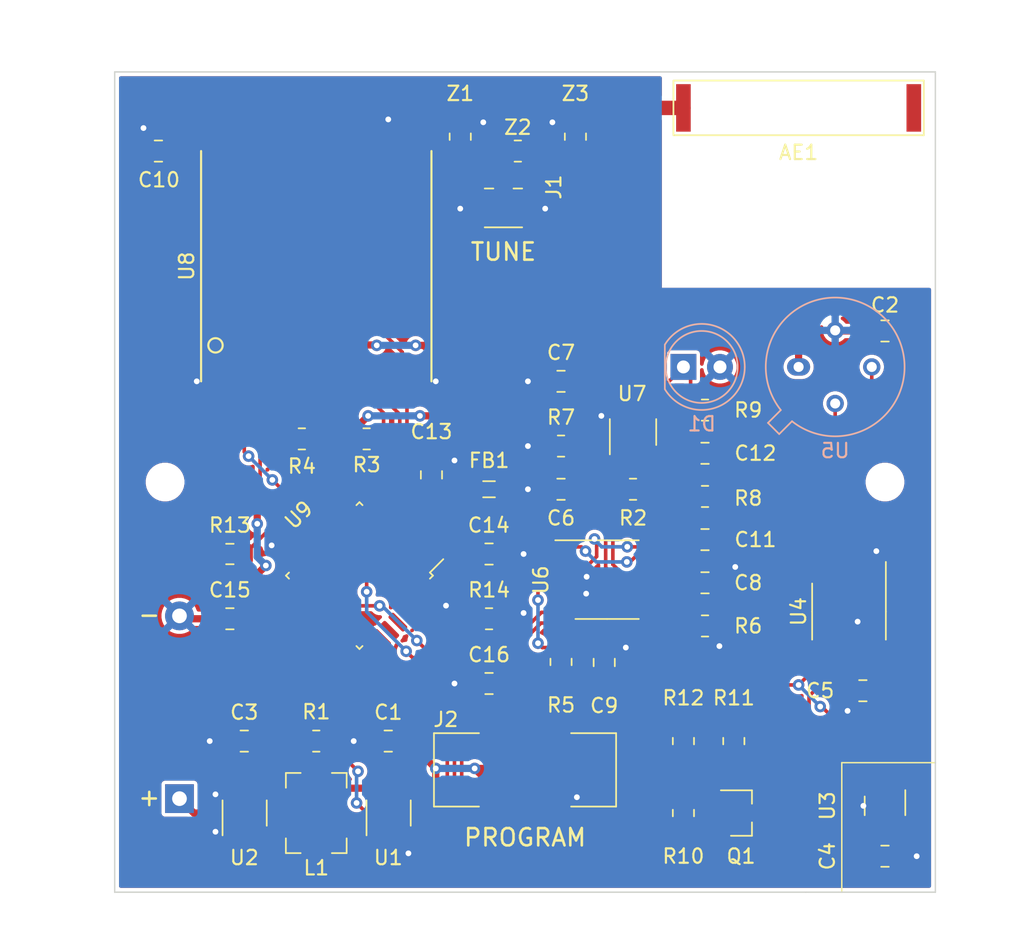
<source format=kicad_pcb>
(kicad_pcb (version 20171130) (host pcbnew "(5.1.7)-1")
  (layers (0 Front signal) (31 Back signal) (34 B.Paste user) (35 F.Paste user) (36 B.SilkS user) (37 F.SilkS user) (38 B.Mask user) (39 F.Mask user) (44 Edge.Cuts user))
  (net 0 "")
  (net 1 GND)
  (net 2 "Net-(BT1-Pad1)")
  (net 3 "Net-(C11-Pad1)")
  (net 4 +3.3VA)
  (net 5 +3V3)
  (net 6 NRST)
  (net 7 SWDIO)
  (net 8 SWCLK)
  (net 9 VIN_SENSE)
  (net 10 "Net-(L1-Pad1)")
  (net 11 "Net-(R1-Pad2)")
  (net 12 SCL)
  (net 13 SDA)
  (net 14 "Net-(C11-Pad2)")
  (net 15 "Net-(C12-Pad2)")
  (net 16 "Net-(U6-Pad13)")
  (net 17 PHOTO_SWITCH)
  (net 18 PHOTO_ENABLE)
  (net 19 "Net-(R5-Pad2)")
  (net 20 "Net-(C7-Pad1)")
  (net 21 MISO)
  (net 22 MOSI)
  (net 23 SCK)
  (net 24 RFM95_NSS)
  (net 25 RFM95_NRST)
  (net 26 PHOTO_SENSE)
  (net 27 "Net-(AE1-Pad1)")
  (net 28 "Net-(U1-Pad3)")
  (net 29 "Net-(U3-Pad3)")
  (net 30 "Net-(U3-Pad6)")
  (net 31 "Net-(U6-Pad10)")
  (net 32 RFM95_DIO5)
  (net 33 "Net-(U8-Pad11)")
  (net 34 "Net-(U8-Pad12)")
  (net 35 RFM95_IRQ)
  (net 36 "Net-(U8-Pad15)")
  (net 37 "Net-(U8-Pad16)")
  (net 38 "Net-(U9-Pad2)")
  (net 39 "Net-(U9-Pad3)")
  (net 40 "Net-(U9-Pad6)")
  (net 41 "Net-(U9-Pad21)")
  (net 42 "Net-(U9-Pad22)")
  (net 43 "Net-(U9-Pad25)")
  (net 44 "Net-(U9-Pad26)")
  (net 45 "Net-(U9-Pad27)")
  (net 46 /PHOTO_VCC)
  (net 47 "Net-(U9-Pad28)")
  (net 48 "Net-(R13-Pad2)")
  (net 49 VI2C)
  (net 50 "Net-(J2-Pad6)")
  (net 51 "Net-(J2-Pad7)")
  (net 52 "Net-(J2-Pad8)")
  (net 53 I2C_ENABLE)
  (net 54 "Net-(R14-Pad1)")
  (net 55 "Net-(J1-Pad1)")
  (module Package_TO_SOT_SMD:TSOT-23-6 (layer Front) (at 99 111.5 90)
    (fp_text reference U2 (at -3.1 0 180) (layer F.SilkS))
    (fp_text value TPS27081A)
    (pad 6 smd rect (at 1.31 -0.95 90) (size 1.22 0.65) (layers Front F.Paste F.Mask) (net 1 GND))
    (pad 5 smd rect (at 1.31 0 90) (size 1.22 0.65) (layers Front F.Paste F.Mask) (net 1 GND))
    (pad 4 smd rect (at 1.31 0.95 90) (size 1.22 0.65) (layers Front F.Paste F.Mask) (net 9 VIN_SENSE))
    (pad 3 smd rect (at -1.31 0.95 90) (size 1.22 0.65) (layers Front F.Paste F.Mask) (net 2 "Net-(BT1-Pad1)"))
    (pad 2 smd rect (at -1.31 0 90) (size 1.22 0.65) (layers Front F.Paste F.Mask) (net 2 "Net-(BT1-Pad1)"))
    (pad 1 smd rect (at -1.31 -0.95 90) (size 1.22 0.65) (layers Front F.Paste F.Mask) (net 1 GND))
  )
  (module Package_TO_SOT_SMD:TSOT-23-6 (layer Front) (at 109 111.5 90)
    (fp_text reference U1 (at -3.1 0 180) (layer F.SilkS))
    (fp_text value AAT1217)
    (pad 6 smd rect (at 1.31 -0.95 90) (size 1.22 0.65) (layers Front F.Paste F.Mask) (net 9 VIN_SENSE))
    (pad 5 smd rect (at 1.31 0 90) (size 1.22 0.65) (layers Front F.Paste F.Mask) (net 5 +3V3))
    (pad 4 smd rect (at 1.31 0.95 90) (size 1.22 0.65) (layers Front F.Paste F.Mask) (net 11 "Net-(R1-Pad2)"))
    (pad 3 smd rect (at -1.31 0.95 90) (size 1.22 0.65) (layers Front F.Paste F.Mask) (net 28 "Net-(U1-Pad3)"))
    (pad 2 smd rect (at -1.31 0 90) (size 1.22 0.65) (layers Front F.Paste F.Mask) (net 1 GND))
    (pad 1 smd rect (at -1.31 -0.95 90) (size 1.22 0.65) (layers Front F.Paste F.Mask) (net 10 "Net-(L1-Pad1)"))
  )
  (module Capacitor_SMD:C_0805_2012Metric_Pad1.18x1.45mm_HandSolder (layer Front) (at 116 102.5 180)
    (fp_text reference C16 (at 0 2 180) (layer F.SilkS))
    (fp_text value 100nF)
    (pad 2 smd roundrect (at 1.0375 0 180) (size 1.175 1.45) (layers Front F.Paste F.Mask) (roundrect_rratio 0.212766) (net 1 GND))
    (pad 1 smd roundrect (at -1.0375 0 180) (size 1.175 1.45) (layers Front F.Paste F.Mask) (roundrect_rratio 0.212766) (net 6 NRST))
  )
  (module my-footprints-library:BatteryHolder_Keystone_2468_2xAAA_NoSilkscreen (layer Back) (at 94.5 110.5)
    (fp_text reference BT1 hide)
    (fp_text value Battery)
    (pad 2 thru_hole circle (at 0 -12.7) (size 2 2) (drill 1.02) (layers *.Cu *.Mask) (net 1 GND))
    (pad 1 thru_hole rect (at 0 0) (size 2 2) (drill 1.02) (layers *.Cu *.Mask) (net 2 "Net-(BT1-Pad1)"))
  )
  (module my-footprints-library:CONUFL001-SMD (layer Front) (at 117 69.5 180)
    (fp_text reference J1 (at -3.5 1.5 270) (layer F.SilkS))
    (fp_text value Conn_Coaxial)
    (pad 1 smd rect (at 0 1.525 180) (size 1 1.05) (layers Front F.Paste F.Mask) (net 55 "Net-(J1-Pad1)"))
    (pad 2 smd rect (at 1.475 0 180) (size 1.05 2.2) (layers Front F.Paste F.Mask) (net 1 GND))
    (pad 2 smd rect (at -1.475 0 180) (size 1.05 2.2) (layers Front F.Paste F.Mask) (net 1 GND))
  )
  (module Package_TO_SOT_THT:TO-39-4 (layer Back) (at 137.5 80.5)
    (fp_text reference U5 (at 2.54 5.82) (layer B.SilkS) (effects (justify mirror)))
    (fp_text value MLX90614)
    (pad 4 thru_hole oval (at 2.54 2.54) (size 1.2 1.2) (drill 0.7) (layers *.Cu *.Mask) (net 13 SDA))
    (pad 3 thru_hole oval (at 5.08 0) (size 1.2 1.2) (drill 0.7) (layers *.Cu *.Mask) (net 12 SCL))
    (pad 2 thru_hole oval (at 2.54 -2.54) (size 1.2 1.2) (drill 0.7) (layers *.Cu *.Mask) (net 1 GND))
    (pad 1 thru_hole oval (at 0 0) (size 1.6 1.2) (drill 0.7) (layers *.Cu *.Mask) (net 49 VI2C))
  )
  (module Resistor_SMD:R_0805_2012Metric_Pad1.20x1.40mm_HandSolder (layer Front) (at 122 64.5 270)
    (fp_text reference Z3 (at -3 0 180) (layer F.SilkS))
    (fp_text value Z)
    (pad 2 smd roundrect (at 1 0 270) (size 1.2 1.4) (layers Front F.Paste F.Mask) (roundrect_rratio 0.208333) (net 27 "Net-(AE1-Pad1)"))
    (pad 1 smd roundrect (at -1 0 270) (size 1.2 1.4) (layers Front F.Paste F.Mask) (roundrect_rratio 0.208333) (net 1 GND))
  )
  (module Resistor_SMD:R_0805_2012Metric_Pad1.20x1.40mm_HandSolder (layer Front) (at 118 65.5)
    (fp_text reference Z2 (at 0 -1.65) (layer F.SilkS))
    (fp_text value Z)
    (pad 2 smd roundrect (at 1 0) (size 1.2 1.4) (layers Front F.Paste F.Mask) (roundrect_rratio 0.208333) (net 27 "Net-(AE1-Pad1)"))
    (pad 1 smd roundrect (at -1 0) (size 1.2 1.4) (layers Front F.Paste F.Mask) (roundrect_rratio 0.208333) (net 55 "Net-(J1-Pad1)"))
  )
  (module Resistor_SMD:R_0805_2012Metric_Pad1.20x1.40mm_HandSolder (layer Front) (at 114 64.5 90)
    (fp_text reference Z1 (at 3 0 180) (layer F.SilkS))
    (fp_text value Z)
    (pad 2 smd roundrect (at 1 0 90) (size 1.2 1.4) (layers Front F.Paste F.Mask) (roundrect_rratio 0.208333) (net 1 GND))
    (pad 1 smd roundrect (at -1 0 90) (size 1.2 1.4) (layers Front F.Paste F.Mask) (roundrect_rratio 0.208333) (net 55 "Net-(J1-Pad1)"))
  )
  (module Package_TO_SOT_SMD:SOT-23 (layer Front) (at 133.5 111.5)
    (fp_text reference Q1 (at 0 3) (layer F.SilkS))
    (fp_text value Q_PMOS_DGS)
    (pad 3 smd rect (at 1 0) (size 0.9 0.8) (layers Front F.Paste F.Mask) (net 49 VI2C))
    (pad 2 smd rect (at -1 0.95) (size 0.9 0.8) (layers Front F.Paste F.Mask) (net 5 +3V3))
    (pad 1 smd rect (at -1 -0.95) (size 0.9 0.8) (layers Front F.Paste F.Mask) (net 53 I2C_ENABLE))
  )
  (module Resistor_SMD:R_0805_2012Metric_Pad1.20x1.40mm_HandSolder (layer Front) (at 129.5 111.5 270)
    (fp_text reference R10 (at 3 0) (layer F.SilkS))
    (fp_text value 100k)
    (pad 2 smd roundrect (at 1 0 270) (size 1.2 1.4) (layers Front F.Paste F.Mask) (roundrect_rratio 0.208333) (net 5 +3V3))
    (pad 1 smd roundrect (at -1 0 270) (size 1.2 1.4) (layers Front F.Paste F.Mask) (roundrect_rratio 0.208333) (net 53 I2C_ENABLE))
  )
  (module Resistor_SMD:R_0805_2012Metric_Pad1.15x1.40mm_HandSolder (layer Front) (at 98 93.5)
    (fp_text reference R13 (at 0 -2) (layer F.SilkS))
    (fp_text value 100)
    (pad 2 smd roundrect (at 1.025 0) (size 1.15 1.4) (layers Front F.Paste F.Mask) (roundrect_rratio 0.217391) (net 48 "Net-(R13-Pad2)"))
    (pad 1 smd roundrect (at -1.025 0) (size 1.15 1.4) (layers Front F.Paste F.Mask) (roundrect_rratio 0.217391) (net 9 VIN_SENSE))
  )
  (module my-footprints-library:Linx_ANT-868-CHP-T (layer Front) (at 137.501 62.5)
    (fp_text reference AE1 (at -0.001 3.1) (layer F.SilkS))
    (fp_text value Antenna)
    (pad 2 smd rect (at 8.001 0) (size 1.016 3.302) (layers Front F.Paste F.Mask))
    (pad 1 smd rect (at -8.001 0) (size 1.016 3.302) (layers Front F.Paste F.Mask) (net 27 "Net-(AE1-Pad1)"))
  )
  (module Resistor_SMD:R_0805_2012Metric_Pad1.20x1.40mm_HandSolder (layer Front) (at 116 98)
    (fp_text reference R14 (at 0 -2 -180) (layer F.SilkS))
    (fp_text value 10k)
    (pad 2 smd roundrect (at 1 0) (size 1.2 1.4) (layers Front F.Paste F.Mask) (roundrect_rratio 0.208333) (net 1 GND))
    (pad 1 smd roundrect (at -1 0) (size 1.2 1.4) (layers Front F.Paste F.Mask) (roundrect_rratio 0.208333) (net 54 "Net-(R14-Pad1)"))
  )
  (module Package_SO:TSSOP-16_4.4x5mm_P0.65mm (layer Front) (at 124.2 95.28)
    (fp_text reference U6 (at -4.6 0.02 90) (layer F.SilkS))
    (fp_text value ADG633YCP)
    (pad 16 smd roundrect (at 2.8625 -2.275) (size 1.475 0.4) (layers Front F.Paste F.Mask) (net 14 "Net-(C11-Pad2)"))
    (pad 15 smd roundrect (at 2.8625 -1.625) (size 1.475 0.4) (layers Front F.Paste F.Mask) (net 15 "Net-(C12-Pad2)"))
    (pad 14 smd roundrect (at 2.8625 -0.975) (size 1.475 0.4) (layers Front F.Paste F.Mask) (net 5 +3V3))
    (pad 13 smd roundrect (at 2.8625 -0.325) (size 1.475 0.4) (layers Front F.Paste F.Mask) (net 16 "Net-(U6-Pad13)"))
    (pad 12 smd roundrect (at 2.8625 0.325) (size 1.475 0.4) (layers Front F.Paste F.Mask) (net 5 +3V3))
    (pad 11 smd roundrect (at 2.8625 0.975) (size 1.475 0.4) (layers Front F.Paste F.Mask) (net 46 /PHOTO_VCC))
    (pad 10 smd roundrect (at 2.8625 1.625) (size 1.475 0.4) (layers Front F.Paste F.Mask) (net 31 "Net-(U6-Pad10)"))
    (pad 9 smd roundrect (at 2.8625 2.275) (size 1.475 0.4) (layers Front F.Paste F.Mask) (net 18 PHOTO_ENABLE))
    (pad 8 smd roundrect (at -2.8625 2.275) (size 1.475 0.4) (layers Front F.Paste F.Mask) (net 17 PHOTO_SWITCH))
    (pad 7 smd roundrect (at -2.8625 1.625) (size 1.475 0.4) (layers Front F.Paste F.Mask) (net 17 PHOTO_SWITCH))
    (pad 6 smd roundrect (at -2.8625 0.975) (size 1.475 0.4) (layers Front F.Paste F.Mask) (net 1 GND))
    (pad 5 smd roundrect (at -2.8625 0.325) (size 1.475 0.4) (layers Front F.Paste F.Mask) (net 1 GND))
    (pad 4 smd roundrect (at -2.8625 -0.325) (size 1.475 0.4) (layers Front F.Paste F.Mask) (net 1 GND))
    (pad 3 smd roundrect (at -2.8625 -0.975) (size 1.475 0.4) (layers Front F.Paste F.Mask) (net 14 "Net-(C11-Pad2)"))
    (pad 2 smd roundrect (at -2.8625 -1.625) (size 1.475 0.4) (layers Front F.Paste F.Mask) (net 19 "Net-(R5-Pad2)"))
    (pad 1 smd roundrect (at -2.8625 -2.275) (size 1.475 0.4) (layers Front F.Paste F.Mask) (net 15 "Net-(C12-Pad2)"))
  )
  (module MountingHole:MountingHole_2.2mm_M2 (layer Front) (at 143.5 88.5)
    (fp_text reference H2 hide)
    (fp_text value MountingHole)
    (pad 1 np_thru_hole circle (at 0 0) (size 2.2 2.2) (drill 2.2) (layers *.Cu *.Mask))
  )
  (module MountingHole:MountingHole_2.2mm_M2 (layer Front) (at 93.5 88.5)
    (fp_text reference H1 hide)
    (fp_text value MountingHole)
    (pad 1 np_thru_hole circle (at 0 0) (size 2.2 2.2) (drill 2.2) (layers *.Cu *.Mask))
  )
  (module Package_SO:SOIC-8_3.9x4.9mm_P1.27mm (layer Front) (at 141 97.5 270)
    (fp_text reference U4 (at 0 3.5 90) (layer F.SilkS))
    (fp_text value 24LC32)
    (pad 8 smd roundrect (at 2.475 -1.905 270) (size 1.95 0.6) (layers Front F.Paste F.Mask) (net 49 VI2C))
    (pad 7 smd roundrect (at 2.475 -0.635 270) (size 1.95 0.6) (layers Front F.Paste F.Mask) (net 1 GND))
    (pad 6 smd roundrect (at 2.475 0.635 270) (size 1.95 0.6) (layers Front F.Paste F.Mask) (net 12 SCL))
    (pad 5 smd roundrect (at 2.475 1.905 270) (size 1.95 0.6) (layers Front F.Paste F.Mask) (net 13 SDA))
    (pad 4 smd roundrect (at -2.475 1.905 270) (size 1.95 0.6) (layers Front F.Paste F.Mask) (net 1 GND))
    (pad 3 smd roundrect (at -2.475 0.635 270) (size 1.95 0.6) (layers Front F.Paste F.Mask) (net 1 GND))
    (pad 2 smd roundrect (at -2.475 -0.635 270) (size 1.95 0.6) (layers Front F.Paste F.Mask) (net 1 GND))
    (pad 1 smd roundrect (at -2.475 -1.905 270) (size 1.95 0.6) (layers Front F.Paste F.Mask) (net 1 GND))
  )
  (module Sensor_Humidity:Sensirion_DFN-8-1EP_2.5x2.5mm_P0.5mm_EP1.1x1.7mm (layer Front) (at 143.5 111 270)
    (fp_text reference U3 (at 0 4 270) (layer F.SilkS))
    (fp_text value SHT31-DIS)
    (pad 1 smd rect (at -1.175 -0.75 270) (size 0.55 0.25) (layers Front F.Paste F.Mask) (net 13 SDA))
    (pad 2 smd rect (at -1.175 -0.25 270) (size 0.55 0.25) (layers Front F.Paste F.Mask) (net 1 GND))
    (pad 3 smd rect (at -1.175 0.25 270) (size 0.55 0.25) (layers Front F.Paste F.Mask) (net 29 "Net-(U3-Pad3)"))
    (pad 4 smd rect (at -1.175 0.75 90) (size 0.55 0.25) (layers Front F.Paste F.Mask) (net 12 SCL))
    (pad 5 smd rect (at 1.175 0.75 270) (size 0.55 0.25) (layers Front F.Paste F.Mask) (net 49 VI2C))
    (pad 6 smd rect (at 1.175 0.25 270) (size 0.55 0.25) (layers Front F.Paste F.Mask) (net 30 "Net-(U3-Pad6)"))
    (pad 7 smd rect (at 1.175 -0.25 270) (size 0.55 0.25) (layers Front F.Paste F.Mask) (net 1 GND))
    (pad 8 smd rect (at 1.175 -0.75 270) (size 0.55 0.25) (layers Front F.Paste F.Mask) (net 1 GND))
    (pad 9 smd custom (at 0 0 270) (size 1 1) (layers Front F.Mask) (net 1 GND) (options (clearance outline) (anchor circle)) (primitives (gr_poly (pts (xy 0.5 0.85) (xy -0.5 0.85) (xy -0.5 -0.55) (xy -0.2 -0.85) (xy 0.5 -0.85)) (width 0))))
  )
  (module Resistor_SMD:R_0805_2012Metric_Pad1.20x1.40mm_HandSolder (layer Front) (at 129.5 106.5 90)
    (fp_text reference R12 (at 3 0 180) (layer F.SilkS))
    (fp_text value 4.7k)
    (pad 2 smd roundrect (at 1 0 90) (size 1.2 1.4) (layers Front F.Paste F.Mask) (roundrect_rratio 0.208333) (net 13 SDA))
    (pad 1 smd roundrect (at -1 0 90) (size 1.2 1.4) (layers Front F.Paste F.Mask) (roundrect_rratio 0.208333) (net 49 VI2C))
  )
  (module Resistor_SMD:R_0805_2012Metric_Pad1.20x1.40mm_HandSolder (layer Front) (at 133 106.5 90)
    (fp_text reference R11 (at 3 0 180) (layer F.SilkS))
    (fp_text value 4.7k)
    (pad 2 smd roundrect (at 1 0 90) (size 1.2 1.4) (layers Front F.Paste F.Mask) (roundrect_rratio 0.208333) (net 12 SCL))
    (pad 1 smd roundrect (at -1 0 90) (size 1.2 1.4) (layers Front F.Paste F.Mask) (roundrect_rratio 0.208333) (net 49 VI2C))
  )
  (module Resistor_SMD:R_0805_2012Metric_Pad1.20x1.40mm_HandSolder (layer Front) (at 131 83.5)
    (fp_text reference R9 (at 3 0) (layer F.SilkS))
    (fp_text value 33k)
    (pad 2 smd roundrect (at 1 0) (size 1.2 1.4) (layers Front F.Paste F.Mask) (roundrect_rratio 0.208333) (net 15 "Net-(C12-Pad2)"))
    (pad 1 smd roundrect (at -1 0) (size 1.2 1.4) (layers Front F.Paste F.Mask) (roundrect_rratio 0.208333) (net 3 "Net-(C11-Pad1)"))
  )
  (module Resistor_SMD:R_0805_2012Metric_Pad1.20x1.40mm_HandSolder (layer Front) (at 131 89.5)
    (fp_text reference R8 (at 3 0.127 180) (layer F.SilkS))
    (fp_text value 1M)
    (pad 2 smd roundrect (at 1 0) (size 1.2 1.4) (layers Front F.Paste F.Mask) (roundrect_rratio 0.208333) (net 14 "Net-(C11-Pad2)"))
    (pad 1 smd roundrect (at -1 0) (size 1.2 1.4) (layers Front F.Paste F.Mask) (roundrect_rratio 0.208333) (net 3 "Net-(C11-Pad1)"))
  )
  (module Resistor_SMD:R_0805_2012Metric_Pad1.20x1.40mm_HandSolder (layer Front) (at 121 86)
    (fp_text reference R7 (at 0 -2 180) (layer F.SilkS))
    (fp_text value 10k)
    (pad 2 smd roundrect (at 1 0) (size 1.2 1.4) (layers Front F.Paste F.Mask) (roundrect_rratio 0.208333) (net 20 "Net-(C7-Pad1)"))
    (pad 1 smd roundrect (at -1 0) (size 1.2 1.4) (layers Front F.Paste F.Mask) (roundrect_rratio 0.208333) (net 1 GND))
  )
  (module Resistor_SMD:R_0805_2012Metric_Pad1.20x1.40mm_HandSolder (layer Front) (at 131 98.5 180)
    (fp_text reference R6 (at -3 0 180) (layer F.SilkS))
    (fp_text value 10k)
    (pad 2 smd roundrect (at 1 0 180) (size 1.2 1.4) (layers Front F.Paste F.Mask) (roundrect_rratio 0.208333) (net 18 PHOTO_ENABLE))
    (pad 1 smd roundrect (at -1 0 180) (size 1.2 1.4) (layers Front F.Paste F.Mask) (roundrect_rratio 0.208333) (net 1 GND))
  )
  (module Resistor_SMD:R_0805_2012Metric_Pad1.20x1.40mm_HandSolder (layer Front) (at 121 101 90)
    (fp_text reference R5 (at -3 0) (layer F.SilkS))
    (fp_text value 10k)
    (pad 2 smd roundrect (at 1 0 90) (size 1.2 1.4) (layers Front F.Paste F.Mask) (roundrect_rratio 0.208333) (net 19 "Net-(R5-Pad2)"))
    (pad 1 smd roundrect (at -1 0 90) (size 1.2 1.4) (layers Front F.Paste F.Mask) (roundrect_rratio 0.208333) (net 26 PHOTO_SENSE))
  )
  (module Resistor_SMD:R_0805_2012Metric_Pad1.20x1.40mm_HandSolder (layer Front) (at 103 85.5 180)
    (fp_text reference R4 (at 0 -1.9) (layer F.SilkS))
    (fp_text value 100k)
    (pad 2 smd roundrect (at 1 0 180) (size 1.2 1.4) (layers Front F.Paste F.Mask) (roundrect_rratio 0.208333) (net 24 RFM95_NSS))
    (pad 1 smd roundrect (at -1 0 180) (size 1.2 1.4) (layers Front F.Paste F.Mask) (roundrect_rratio 0.208333) (net 5 +3V3))
  )
  (module Resistor_SMD:R_0805_2012Metric_Pad1.20x1.40mm_HandSolder (layer Front) (at 107.5 85.5)
    (fp_text reference R3 (at 0 1.8) (layer F.SilkS))
    (fp_text value 100k)
    (pad 2 smd roundrect (at 1 0) (size 1.2 1.4) (layers Front F.Paste F.Mask) (roundrect_rratio 0.208333) (net 25 RFM95_NRST))
    (pad 1 smd roundrect (at -1 0) (size 1.2 1.4) (layers Front F.Paste F.Mask) (roundrect_rratio 0.208333) (net 5 +3V3))
  )
  (module Resistor_SMD:R_0805_2012Metric_Pad1.20x1.40mm_HandSolder (layer Front) (at 126 89 180)
    (fp_text reference R2 (at 0 -2 180) (layer F.SilkS))
    (fp_text value 330k)
    (pad 2 smd roundrect (at 1 0 180) (size 1.2 1.4) (layers Front F.Paste F.Mask) (roundrect_rratio 0.208333) (net 46 /PHOTO_VCC))
    (pad 1 smd roundrect (at -1 0 180) (size 1.2 1.4) (layers Front F.Paste F.Mask) (roundrect_rratio 0.208333) (net 20 "Net-(C7-Pad1)"))
  )
  (module Resistor_SMD:R_0805_2012Metric_Pad1.20x1.40mm_HandSolder (layer Front) (at 104 106.5)
    (fp_text reference R1 (at 0 -2.032) (layer F.SilkS))
    (fp_text value 1M)
    (pad 2 smd roundrect (at 1 0) (size 1.2 1.4) (layers Front F.Paste F.Mask) (roundrect_rratio 0.208333) (net 11 "Net-(R1-Pad2)"))
    (pad 1 smd roundrect (at -1 0) (size 1.2 1.4) (layers Front F.Paste F.Mask) (roundrect_rratio 0.208333) (net 9 VIN_SENSE))
  )
  (module Capacitor_SMD:C_0805_2012Metric_Pad1.18x1.45mm_HandSolder (layer Front) (at 112 88 90)
    (fp_text reference C13 (at 3 0) (layer F.SilkS))
    (fp_text value 100nF)
    (pad 2 smd roundrect (at 1.0375 0 90) (size 1.175 1.45) (layers Front F.Paste F.Mask) (roundrect_rratio 0.212766) (net 1 GND))
    (pad 1 smd roundrect (at -1.0375 0 90) (size 1.175 1.45) (layers Front F.Paste F.Mask) (roundrect_rratio 0.212766) (net 4 +3.3VA))
  )
  (module Capacitor_SMD:C_0805_2012Metric_Pad1.18x1.45mm_HandSolder (layer Front) (at 98 98 180)
    (fp_text reference C15 (at 0 2) (layer F.SilkS))
    (fp_text value 100nF)
    (pad 2 smd roundrect (at 1.0375 0 180) (size 1.175 1.45) (layers Front F.Paste F.Mask) (roundrect_rratio 0.212766) (net 1 GND))
    (pad 1 smd roundrect (at -1.0375 0 180) (size 1.175 1.45) (layers Front F.Paste F.Mask) (roundrect_rratio 0.212766) (net 5 +3V3))
  )
  (module Capacitor_SMD:C_0805_2012Metric_Pad1.18x1.45mm_HandSolder (layer Front) (at 116 93.5)
    (fp_text reference C14 (at -0.0215 -2) (layer F.SilkS))
    (fp_text value 100nF)
    (pad 2 smd roundrect (at 1.0375 0) (size 1.175 1.45) (layers Front F.Paste F.Mask) (roundrect_rratio 0.212766) (net 1 GND))
    (pad 1 smd roundrect (at -1.0375 0) (size 1.175 1.45) (layers Front F.Paste F.Mask) (roundrect_rratio 0.212766) (net 5 +3V3))
  )
  (module Capacitor_SMD:C_0805_2012Metric_Pad1.18x1.45mm_HandSolder (layer Front) (at 131 86.5)
    (fp_text reference C12 (at 3.5 0) (layer F.SilkS))
    (fp_text value 15pF)
    (pad 2 smd roundrect (at 1.0375 0) (size 1.175 1.45) (layers Front F.Paste F.Mask) (roundrect_rratio 0.212766) (net 15 "Net-(C12-Pad2)"))
    (pad 1 smd roundrect (at -1.0375 0) (size 1.175 1.45) (layers Front F.Paste F.Mask) (roundrect_rratio 0.212766) (net 3 "Net-(C11-Pad1)"))
  )
  (module Capacitor_SMD:C_0805_2012Metric_Pad1.18x1.45mm_HandSolder (layer Front) (at 131 92.5)
    (fp_text reference C11 (at 3.5 0) (layer F.SilkS))
    (fp_text value 4.7pF)
    (pad 2 smd roundrect (at 1.0375 0) (size 1.175 1.45) (layers Front F.Paste F.Mask) (roundrect_rratio 0.212766) (net 14 "Net-(C11-Pad2)"))
    (pad 1 smd roundrect (at -1.0375 0) (size 1.175 1.45) (layers Front F.Paste F.Mask) (roundrect_rratio 0.212766) (net 3 "Net-(C11-Pad1)"))
  )
  (module Capacitor_SMD:C_0805_2012Metric_Pad1.18x1.45mm_HandSolder (layer Front) (at 93.0375 65.5 180)
    (fp_text reference C10 (at -0.0375 -2 180) (layer F.SilkS))
    (fp_text value 100nF)
    (pad 2 smd roundrect (at 1.0375 0 180) (size 1.175 1.45) (layers Front F.Paste F.Mask) (roundrect_rratio 0.212766) (net 1 GND))
    (pad 1 smd roundrect (at -1.0375 0 180) (size 1.175 1.45) (layers Front F.Paste F.Mask) (roundrect_rratio 0.212766) (net 5 +3V3))
  )
  (module Capacitor_SMD:C_0805_2012Metric_Pad1.18x1.45mm_HandSolder (layer Front) (at 124 101.0375 90)
    (fp_text reference C9 (at -3 0) (layer F.SilkS))
    (fp_text value 100nF)
    (pad 2 smd roundrect (at 1.0375 0 90) (size 1.175 1.45) (layers Front F.Paste F.Mask) (roundrect_rratio 0.212766) (net 1 GND))
    (pad 1 smd roundrect (at -1.0375 0 90) (size 1.175 1.45) (layers Front F.Paste F.Mask) (roundrect_rratio 0.212766) (net 26 PHOTO_SENSE))
  )
  (module Capacitor_SMD:C_0805_2012Metric_Pad1.18x1.45mm_HandSolder (layer Front) (at 131 95.5)
    (fp_text reference C8 (at 3 0) (layer F.SilkS))
    (fp_text value 100nF)
    (pad 2 smd roundrect (at 1.0375 0) (size 1.175 1.45) (layers Front F.Paste F.Mask) (roundrect_rratio 0.212766) (net 1 GND))
    (pad 1 smd roundrect (at -1.0375 0) (size 1.175 1.45) (layers Front F.Paste F.Mask) (roundrect_rratio 0.212766) (net 5 +3V3))
  )
  (module Capacitor_SMD:C_0805_2012Metric_Pad1.18x1.45mm_HandSolder (layer Front) (at 121 81.5 180)
    (fp_text reference C7 (at 0 2 180) (layer F.SilkS))
    (fp_text value 100nF)
    (pad 2 smd roundrect (at 1.0375 0 180) (size 1.175 1.45) (layers Front F.Paste F.Mask) (roundrect_rratio 0.212766) (net 1 GND))
    (pad 1 smd roundrect (at -1.0375 0 180) (size 1.175 1.45) (layers Front F.Paste F.Mask) (roundrect_rratio 0.212766) (net 20 "Net-(C7-Pad1)"))
  )
  (module Capacitor_SMD:C_0805_2012Metric_Pad1.18x1.45mm_HandSolder (layer Front) (at 121 89 180)
    (fp_text reference C6 (at 0 -2 180) (layer F.SilkS))
    (fp_text value 100nF)
    (pad 2 smd roundrect (at 1.0375 0 180) (size 1.175 1.45) (layers Front F.Paste F.Mask) (roundrect_rratio 0.212766) (net 1 GND))
    (pad 1 smd roundrect (at -1.0375 0 180) (size 1.175 1.45) (layers Front F.Paste F.Mask) (roundrect_rratio 0.212766) (net 46 /PHOTO_VCC))
  )
  (module Capacitor_SMD:C_0805_2012Metric_Pad1.18x1.45mm_HandSolder (layer Front) (at 141.9625 103 180)
    (fp_text reference C5 (at 2.9625 0) (layer F.SilkS))
    (fp_text value 100nF)
    (pad 2 smd roundrect (at 1.0375 0 180) (size 1.175 1.45) (layers Front F.Paste F.Mask) (roundrect_rratio 0.212766) (net 1 GND))
    (pad 1 smd roundrect (at -1.0375 0 180) (size 1.175 1.45) (layers Front F.Paste F.Mask) (roundrect_rratio 0.212766) (net 49 VI2C))
  )
  (module Capacitor_SMD:C_0805_2012Metric_Pad1.18x1.45mm_HandSolder (layer Front) (at 143.5 114.5)
    (fp_text reference C4 (at -4 0 270) (layer F.SilkS))
    (fp_text value 100nF)
    (pad 2 smd roundrect (at 1.0375 0) (size 1.175 1.45) (layers Front F.Paste F.Mask) (roundrect_rratio 0.212766) (net 1 GND))
    (pad 1 smd roundrect (at -1.0375 0) (size 1.175 1.45) (layers Front F.Paste F.Mask) (roundrect_rratio 0.212766) (net 49 VI2C))
  )
  (module Capacitor_SMD:C_0805_2012Metric_Pad1.18x1.45mm_HandSolder (layer Front) (at 99 106.5 180)
    (fp_text reference C3 (at 0 2) (layer F.SilkS))
    (fp_text value 4.7uF)
    (pad 2 smd roundrect (at 1.0375 0 180) (size 1.175 1.45) (layers Front F.Paste F.Mask) (roundrect_rratio 0.212766) (net 1 GND))
    (pad 1 smd roundrect (at -1.0375 0 180) (size 1.175 1.45) (layers Front F.Paste F.Mask) (roundrect_rratio 0.212766) (net 9 VIN_SENSE))
  )
  (module Capacitor_SMD:C_0805_2012Metric_Pad1.18x1.45mm_HandSolder (layer Front) (at 143.5 78 180)
    (fp_text reference C2 (at 0 1.8) (layer F.SilkS))
    (fp_text value 100nF)
    (pad 2 smd roundrect (at 1.0375 0 180) (size 1.175 1.45) (layers Front F.Paste F.Mask) (roundrect_rratio 0.212766) (net 1 GND))
    (pad 1 smd roundrect (at -1.0375 0 180) (size 1.175 1.45) (layers Front F.Paste F.Mask) (roundrect_rratio 0.212766) (net 49 VI2C))
  )
  (module Capacitor_SMD:C_0805_2012Metric_Pad1.18x1.45mm_HandSolder (layer Front) (at 109 106.5 180)
    (fp_text reference C1 (at 0 2 180) (layer F.SilkS))
    (fp_text value 4.7uF)
    (pad 2 smd roundrect (at 1.0375 0 180) (size 1.175 1.45) (layers Front F.Paste F.Mask) (roundrect_rratio 0.212766) (net 1 GND))
    (pad 1 smd roundrect (at -1.0375 0 180) (size 1.175 1.45) (layers Front F.Paste F.Mask) (roundrect_rratio 0.212766) (net 5 +3V3))
  )
  (module Package_QFP:LQFP-32_7x7mm_P0.8mm (layer Front) (at 107 95 225)
    (fp_text reference U9 (at 0 5.952 225) (layer F.SilkS))
    (fp_text value STM32L412KB)
    (pad 1 smd roundrect (at -4.175 -2.8 225) (size 1.5 0.5) (layers Front F.Paste F.Mask) (net 5 +3V3))
    (pad 2 smd roundrect (at -4.175 -2 225) (size 1.5 0.5) (layers Front F.Paste F.Mask) (net 38 "Net-(U9-Pad2)"))
    (pad 3 smd roundrect (at -4.175 -1.2 225) (size 1.5 0.5) (layers Front F.Paste F.Mask) (net 39 "Net-(U9-Pad3)"))
    (pad 4 smd roundrect (at -4.175 -0.4 225) (size 1.5 0.5) (layers Front F.Paste F.Mask) (net 6 NRST))
    (pad 5 smd roundrect (at -4.175 0.4 225) (size 1.5 0.5) (layers Front F.Paste F.Mask) (net 4 +3.3VA))
    (pad 6 smd roundrect (at -4.175 1.2 225) (size 1.5 0.5) (layers Front F.Paste F.Mask) (net 40 "Net-(U9-Pad6)"))
    (pad 7 smd roundrect (at -4.175 2 225) (size 1.5 0.5) (layers Front F.Paste F.Mask) (net 35 RFM95_IRQ))
    (pad 8 smd roundrect (at -4.175 2.8 225) (size 1.5 0.5) (layers Front F.Paste F.Mask) (net 32 RFM95_DIO5))
    (pad 9 smd roundrect (at -2.8 4.175 225) (size 0.5 1.5) (layers Front F.Paste F.Mask) (net 25 RFM95_NRST))
    (pad 10 smd roundrect (at -2 4.175 225) (size 0.5 1.5) (layers Front F.Paste F.Mask) (net 24 RFM95_NSS))
    (pad 11 smd roundrect (at -1.2 4.175 225) (size 0.5 1.5) (layers Front F.Paste F.Mask) (net 23 SCK))
    (pad 12 smd roundrect (at -0.4 4.175 225) (size 0.5 1.5) (layers Front F.Paste F.Mask) (net 21 MISO))
    (pad 13 smd roundrect (at 0.4 4.175 225) (size 0.5 1.5) (layers Front F.Paste F.Mask) (net 22 MOSI))
    (pad 14 smd roundrect (at 1.2 4.175 225) (size 0.5 1.5) (layers Front F.Paste F.Mask) (net 48 "Net-(R13-Pad2)"))
    (pad 15 smd roundrect (at 2 4.175 225) (size 0.5 1.5) (layers Front F.Paste F.Mask) (net 26 PHOTO_SENSE))
    (pad 16 smd roundrect (at 2.8 4.175 225) (size 0.5 1.5) (layers Front F.Paste F.Mask) (net 1 GND))
    (pad 17 smd roundrect (at 4.175 2.8 225) (size 1.5 0.5) (layers Front F.Paste F.Mask) (net 5 +3V3))
    (pad 18 smd roundrect (at 4.175 2 225) (size 1.5 0.5) (layers Front F.Paste F.Mask) (net 53 I2C_ENABLE))
    (pad 19 smd roundrect (at 4.175 1.2 225) (size 1.5 0.5) (layers Front F.Paste F.Mask) (net 12 SCL))
    (pad 20 smd roundrect (at 4.175 0.4 225) (size 1.5 0.5) (layers Front F.Paste F.Mask) (net 13 SDA))
    (pad 21 smd roundrect (at 4.175 -0.4 225) (size 1.5 0.5) (layers Front F.Paste F.Mask) (net 41 "Net-(U9-Pad21)"))
    (pad 22 smd roundrect (at 4.175 -1.2 225) (size 1.5 0.5) (layers Front F.Paste F.Mask) (net 42 "Net-(U9-Pad22)"))
    (pad 23 smd roundrect (at 4.175 -2 225) (size 1.5 0.5) (layers Front F.Paste F.Mask) (net 7 SWDIO))
    (pad 24 smd roundrect (at 4.175 -2.8 225) (size 1.5 0.5) (layers Front F.Paste F.Mask) (net 8 SWCLK))
    (pad 25 smd roundrect (at 2.8 -4.175 225) (size 0.5 1.5) (layers Front F.Paste F.Mask) (net 43 "Net-(U9-Pad25)"))
    (pad 26 smd roundrect (at 2 -4.175 225) (size 0.5 1.5) (layers Front F.Paste F.Mask) (net 44 "Net-(U9-Pad26)"))
    (pad 27 smd roundrect (at 1.2 -4.175 225) (size 0.5 1.5) (layers Front F.Paste F.Mask) (net 45 "Net-(U9-Pad27)"))
    (pad 28 smd roundrect (at 0.4 -4.175 225) (size 0.5 1.5) (layers Front F.Paste F.Mask) (net 47 "Net-(U9-Pad28)"))
    (pad 29 smd roundrect (at -0.4 -4.175 225) (size 0.5 1.5) (layers Front F.Paste F.Mask) (net 18 PHOTO_ENABLE))
    (pad 30 smd roundrect (at -1.2 -4.175 225) (size 0.5 1.5) (layers Front F.Paste F.Mask) (net 17 PHOTO_SWITCH))
    (pad 31 smd roundrect (at -2 -4.175 225) (size 0.5 1.5) (layers Front F.Paste F.Mask) (net 54 "Net-(R14-Pad1)"))
    (pad 32 smd roundrect (at -2.8 -4.175 225) (size 0.5 1.5) (layers Front F.Paste F.Mask) (net 1 GND))
  )
  (module my-footprints-library:RFM95W (layer Front) (at 104 73.5 90)
    (fp_text reference U8 (at 0 -9 270) (layer F.SilkS))
    (fp_text value RFM95W)
    (pad 1 smd rect (at -8 -7 90) (size 2.5 1.2) (layers Front F.Paste F.Mask) (net 1 GND))
    (pad 2 smd rect (at -8 -5 90) (size 2.5 1.2) (layers Front F.Paste F.Mask) (net 21 MISO))
    (pad 3 smd rect (at -8 -3 90) (size 2.5 1.2) (layers Front F.Paste F.Mask) (net 22 MOSI))
    (pad 4 smd rect (at -8 -1 90) (size 2.5 1.2) (layers Front F.Paste F.Mask) (net 23 SCK))
    (pad 5 smd rect (at -8 1 90) (size 2.5 1.2) (layers Front F.Paste F.Mask) (net 24 RFM95_NSS))
    (pad 6 smd rect (at -8 3 90) (size 2.5 1.2) (layers Front F.Paste F.Mask) (net 25 RFM95_NRST))
    (pad 7 smd rect (at -8 5 90) (size 2.5 1.2) (layers Front F.Paste F.Mask) (net 32 RFM95_DIO5))
    (pad 8 smd rect (at -8 7 90) (size 2.5 1.2) (layers Front F.Paste F.Mask) (net 1 GND))
    (pad 9 smd rect (at 8 7 90) (size 2.5 1.2) (layers Front F.Paste F.Mask) (net 55 "Net-(J1-Pad1)"))
    (pad 10 smd rect (at 8 5 90) (size 2.5 1.2) (layers Front F.Paste F.Mask) (net 1 GND))
    (pad 11 smd rect (at 8 3 90) (size 2.5 1.2) (layers Front F.Paste F.Mask) (net 33 "Net-(U8-Pad11)"))
    (pad 12 smd rect (at 8 1 90) (size 2.5 1.2) (layers Front F.Paste F.Mask) (net 34 "Net-(U8-Pad12)"))
    (pad 13 smd rect (at 8 -1 90) (size 2.5 1.2) (layers Front F.Paste F.Mask) (net 5 +3V3))
    (pad 14 smd rect (at 8 -3 90) (size 2.5 1.2) (layers Front F.Paste F.Mask) (net 35 RFM95_IRQ))
    (pad 15 smd rect (at 8 -5 90) (size 2.5 1.2) (layers Front F.Paste F.Mask) (net 36 "Net-(U8-Pad15)"))
    (pad 16 smd rect (at 8 -7 90) (size 2.5 1.2) (layers Front F.Paste F.Mask) (net 37 "Net-(U8-Pad16)"))
  )
  (module Package_TO_SOT_SMD:SOT-23-5 (layer Front) (at 126 85.025 90)
    (fp_text reference U7 (at 2.667 -0.066 180) (layer F.SilkS))
    (fp_text value TSV911RILT)
    (pad 5 smd rect (at 1.1 -0.95 90) (size 1.06 0.65) (layers Front F.Paste F.Mask) (net 1 GND))
    (pad 4 smd rect (at 1.1 0.95 90) (size 1.06 0.65) (layers Front F.Paste F.Mask) (net 3 "Net-(C11-Pad1)"))
    (pad 3 smd rect (at -1.1 0.95 90) (size 1.06 0.65) (layers Front F.Paste F.Mask) (net 20 "Net-(C7-Pad1)"))
    (pad 2 smd rect (at -1.1 0 90) (size 1.06 0.65) (layers Front F.Paste F.Mask) (net 46 /PHOTO_VCC))
    (pad 1 smd rect (at -1.1 -0.95 90) (size 1.06 0.65) (layers Front F.Paste F.Mask) (net 16 "Net-(U6-Pad13)"))
  )
  (module my-footprints-library:L_Bourns-SRN4018_With3DModel (layer Front) (at 104 111.5 90)
    (fp_text reference L1 (at -3.81 0 180) (layer F.SilkS))
    (fp_text value 4.7uH)
    (pad 2 smd rect (at 1.725 0 90) (size 1.9 3.6) (layers Front F.Paste F.Mask) (net 9 VIN_SENSE))
    (pad 1 smd rect (at -1.725 0 90) (size 1.9 3.6) (layers Front F.Paste F.Mask) (net 10 "Net-(L1-Pad1)"))
  )
  (module my-footprints-library:Amphenol_FCI_ShroudedSocket_2x05_P1.27mm_Vertical_SMD (layer Front) (at 118.5 108.5)
    (fp_text reference J2 (at -5.5 -3.5) (layer F.SilkS))
    (fp_text value Conn_ARM_JTAG_SWD_10)
    (pad 1 smd rect (at -2.54 1.95 90) (size 2.4 0.74) (layers Front F.Paste F.Mask) (net 5 +3V3))
    (pad 5 smd rect (at 0 1.95 90) (size 2.4 0.74) (layers Front F.Paste F.Mask) (net 1 GND))
    (pad 6 smd rect (at 0 -1.95 90) (size 2.4 0.74) (layers Front F.Paste F.Mask) (net 50 "Net-(J2-Pad6)"))
    (pad 7 smd rect (at 1.27 1.95 90) (size 2.4 0.74) (layers Front F.Paste F.Mask) (net 51 "Net-(J2-Pad7)"))
    (pad 8 smd rect (at 1.27 -1.95 90) (size 2.4 0.74) (layers Front F.Paste F.Mask) (net 52 "Net-(J2-Pad8)"))
    (pad 9 smd rect (at 2.54 1.95 90) (size 2.4 0.74) (layers Front F.Paste F.Mask) (net 1 GND))
    (pad 10 smd rect (at 2.54 -1.95 90) (size 2.4 0.74) (layers Front F.Paste F.Mask) (net 6 NRST))
    (pad 2 smd rect (at -2.54 -1.95 90) (size 2.4 0.74) (layers Front F.Paste F.Mask) (net 7 SWDIO))
    (pad 3 smd rect (at -1.27 1.95 90) (size 2.4 0.74) (layers Front F.Paste F.Mask) (net 1 GND))
    (pad 4 smd rect (at -1.27 -1.95 90) (size 2.4 0.74) (layers Front F.Paste F.Mask) (net 8 SWCLK))
  )
  (module Inductor_SMD:L_0805_2012Metric_Pad1.05x1.20mm_HandSolder (layer Front) (at 116 89 180)
    (fp_text reference FB1 (at 0 2 180) (layer F.SilkS))
    (fp_text value Ferrite_Bead_Small)
    (pad 2 smd roundrect (at 1.15 0 180) (size 1.05 1.2) (layers Front F.Paste F.Mask) (roundrect_rratio 0.238095) (net 4 +3.3VA))
    (pad 1 smd roundrect (at -1.15 0 180) (size 1.05 1.2) (layers Front F.Paste F.Mask) (roundrect_rratio 0.238095) (net 5 +3V3))
  )
  (module LED_THT:LED_D5.0mm_Clear (layer Back) (at 129.5 80.5)
    (fp_text reference D1 (at 1.27 3.96) (layer B.SilkS) (effects (justify mirror)))
    (fp_text value D_Photo)
    (pad 2 thru_hole circle (at 2.54 0) (size 1.8 1.8) (drill 0.9) (layers *.Cu *.Mask) (net 1 GND))
    (pad 1 thru_hole rect (at 0 0) (size 1.8 1.8) (drill 0.9) (layers *.Cu *.Mask) (net 3 "Net-(C11-Pad1)"))
  )
  (gr_text - (at 92.4 97.7) (layer F.SilkS) (effects (font (size 1.2 1.2) (thickness 0.18))))
  (gr_text + (at 92.4 110.4) (layer F.SilkS) (effects (font (size 1.2 1.2) (thickness 0.18))))
  (gr_text TUNE (at 117 72.5) (layer F.SilkS) (effects (font (size 1.2 1.2) (thickness 0.18))))
  (gr_text PROGRAM (at 118.5 113.2) (layer F.SilkS) (effects (font (size 1.2 1.2) (thickness 0.18))))
  (gr_line (start 140.5 117) (end 140.5 108) (layer F.SilkS) (width 0.1))
  (gr_line (start 140.5 108) (end 147 108) (layer F.SilkS) (width 0.1))
  (gr_line (start 147 117) (end 138 117) (layer Edge.Cuts) (width 0.1))
  (gr_line (start 90 60) (end 90 117) (layer Edge.Cuts) (width 0.1))
  (gr_line (start 147 60) (end 90 60) (layer Edge.Cuts) (width 0.1))
  (gr_line (start 147 117) (end 147 60) (layer Edge.Cuts) (width 0.1))
  (gr_line (start 90 117) (end 138 117) (layer Edge.Cuts) (width 0.1))
  (segment (start 94.7 98) (end 94.5 97.8) (width 0.5) (layer Front) (net 1))
  (segment (start 96.9625 98) (end 94.7 98) (width 0.5) (layer Front) (net 1))
  (via (at 100.9 92.9) (size 0.8) (drill 0.4) (layers Front Back) (net 1))
  (segment (start 102.027728 94.027728) (end 100.9 92.9) (width 0.5) (layer Front) (net 1))
  (segment (start 102.06793 94.027728) (end 102.027728 94.027728) (width 0.5) (layer Front) (net 1))
  (via (at 92 63.9) (size 0.8) (drill 0.4) (layers Front Back) (net 1))
  (segment (start 92 65.5) (end 92 63.9) (width 0.5) (layer Front) (net 1))
  (via (at 109 63.3) (size 0.8) (drill 0.4) (layers Front Back) (net 1))
  (segment (start 109 65.5) (end 109 63.3) (width 0.5) (layer Front) (net 1))
  (via (at 115.6 63.5) (size 0.8) (drill 0.4) (layers Front Back) (net 1))
  (segment (start 114 63.5) (end 115.6 63.5) (width 0.5) (layer Front) (net 1))
  (via (at 120.4 63.5) (size 0.8) (drill 0.4) (layers Front Back) (net 1))
  (segment (start 122 63.5) (end 120.4 63.5) (width 0.5) (layer Front) (net 1))
  (via (at 119.9 69.5) (size 0.8) (drill 0.4) (layers Front Back) (net 1))
  (segment (start 118.475 69.5) (end 119.9 69.5) (width 0.5) (layer Front) (net 1))
  (via (at 114.000012 69.5) (size 0.8) (drill 0.4) (layers Front Back) (net 1))
  (segment (start 115.525 69.5) (end 114.000012 69.5) (width 0.5) (layer Front) (net 1))
  (via (at 112.3 81.5) (size 0.8) (drill 0.4) (layers Front Back) (net 1))
  (segment (start 111 81.5) (end 112.3 81.5) (width 0.5) (layer Front) (net 1))
  (via (at 113.6 87) (size 0.8) (drill 0.4) (layers Front Back) (net 1))
  (segment (start 113.5625 86.9625) (end 113.6 87) (width 0.5) (layer Front) (net 1))
  (segment (start 112 86.9625) (end 113.5625 86.9625) (width 0.5) (layer Front) (net 1))
  (via (at 95.7 81.5) (size 0.8) (drill 0.4) (layers Front Back) (net 1))
  (segment (start 97 81.5) (end 95.7 81.5) (width 0.5) (layer Front) (net 1))
  (via (at 140.9 104.4) (size 0.8) (drill 0.4) (layers Front Back) (net 1))
  (segment (start 140.925 104.375) (end 140.9 104.4) (width 0.5) (layer Front) (net 1))
  (segment (start 140.925 103) (end 140.925 104.375) (width 0.5) (layer Front) (net 1))
  (segment (start 139.095 95.025) (end 140.365 95.025) (width 0.5) (layer Front) (net 1))
  (segment (start 140.365 95.025) (end 141.635 95.025) (width 0.5) (layer Front) (net 1))
  (segment (start 141.635 95.025) (end 142.905 95.025) (width 0.5) (layer Front) (net 1))
  (via (at 142.9 93.3) (size 0.8) (drill 0.4) (layers Front Back) (net 1))
  (segment (start 142.905 93.305) (end 142.9 93.3) (width 0.5) (layer Front) (net 1))
  (segment (start 142.905 95.025) (end 142.905 93.305) (width 0.5) (layer Front) (net 1))
  (segment (start 142.4625 78.2625) (end 142.4625 78) (width 0.5) (layer Front) (net 1))
  (segment (start 140.08 78) (end 140.04 77.96) (width 0.5) (layer Front) (net 1))
  (segment (start 142.4625 78) (end 140.08 78) (width 0.5) (layer Front) (net 1))
  (segment (start 117.23 110.45) (end 118.5 110.45) (width 0.5) (layer Front) (net 1))
  (via (at 122.1 110.4) (size 0.8) (drill 0.4) (layers Front Back) (net 1))
  (segment (start 122.05 110.45) (end 122.1 110.4) (width 0.5) (layer Front) (net 1))
  (segment (start 121.04 110.45) (end 122.05 110.45) (width 0.5) (layer Front) (net 1))
  (via (at 113.6 102.5) (size 0.8) (drill 0.4) (layers Front Back) (net 1))
  (segment (start 114.9625 102.5) (end 113.6 102.5) (width 0.5) (layer Front) (net 1))
  (via (at 118.4 97.6) (size 0.8) (drill 0.4) (layers Front Back) (net 1))
  (segment (start 118 98) (end 118.4 97.6) (width 0.5) (layer Front) (net 1))
  (segment (start 117 98) (end 118 98) (width 0.5) (layer Front) (net 1))
  (via (at 113.012222 97.087778) (size 0.8) (drill 0.4) (layers Front Back) (net 1))
  (segment (start 111.93207 96.007626) (end 113.012222 97.087778) (width 0.5) (layer Front) (net 1))
  (segment (start 111.93207 95.972272) (end 111.93207 96.007626) (width 0.5) (layer Front) (net 1))
  (via (at 118.4 93.5) (size 0.8) (drill 0.4) (layers Front Back) (net 1))
  (segment (start 117.0375 93.5) (end 118.4 93.5) (width 0.5) (layer Front) (net 1))
  (via (at 118.7 86) (size 0.8) (drill 0.4) (layers Front Back) (net 1))
  (segment (start 119.9625 86) (end 118.7 86) (width 0.5) (layer Front) (net 1))
  (via (at 118.7 81.5) (size 0.8) (drill 0.4) (layers Front Back) (net 1))
  (segment (start 120 81.5) (end 118.7 81.5) (width 0.5) (layer Front) (net 1))
  (via (at 123.8 83.9) (size 0.8) (drill 0.4) (layers Front Back) (net 1))
  (segment (start 123.825 83.925) (end 123.8 83.9) (width 0.5) (layer Front) (net 1))
  (segment (start 125.05 83.925) (end 123.825 83.925) (width 0.5) (layer Front) (net 1))
  (via (at 132 99.9) (size 0.8) (drill 0.4) (layers Front Back) (net 1))
  (segment (start 132 98.5) (end 132 99.9) (width 0.5) (layer Front) (net 1))
  (segment (start 119.9625 89) (end 118.7 89) (width 0.5) (layer Front) (net 1))
  (via (at 118.7 89) (size 0.8) (drill 0.4) (layers Front Back) (net 1))
  (via (at 133.1 94.4) (size 0.8) (drill 0.4) (layers Front Back) (net 1))
  (segment (start 132.0375 95.4625) (end 133.1 94.4) (width 0.5) (layer Front) (net 1))
  (segment (start 132.0375 95.5) (end 132.0375 95.4625) (width 0.5) (layer Front) (net 1))
  (via (at 125.5 100) (size 0.8) (drill 0.4) (layers Front Back) (net 1))
  (segment (start 124 100) (end 125.5 100) (width 0.5) (layer Front) (net 1))
  (segment (start 121.3375 95.605) (end 121.3375 94.955) (width 0.25) (layer Front) (net 1))
  (segment (start 121.3375 95.605) (end 121.3375 96.255) (width 0.25) (layer Front) (net 1))
  (segment (start 143.75 110.75) (end 143.5 111) (width 0.25) (layer Front) (net 1))
  (segment (start 143.75 109.825) (end 143.75 110.75) (width 0.25) (layer Front) (net 1))
  (segment (start 143.75 111.25) (end 143.5 111) (width 0.25) (layer Front) (net 1))
  (segment (start 143.75 112.175) (end 143.75 111.25) (width 0.25) (layer Front) (net 1))
  (segment (start 144.25 111.75) (end 143.5 111) (width 0.25) (layer Front) (net 1))
  (segment (start 144.25 112.175) (end 144.25 111.75) (width 0.25) (layer Front) (net 1))
  (via (at 142 111) (size 0.8) (drill 0.4) (layers Front Back) (net 1))
  (segment (start 143.5 111) (end 142 111) (width 0.5) (layer Front) (net 1))
  (via (at 145.7 114.5) (size 0.8) (drill 0.4) (layers Front Back) (net 1))
  (segment (start 144.5375 114.5) (end 145.7 114.5) (width 0.5) (layer Front) (net 1))
  (via (at 106.6 106.5) (size 0.8) (drill 0.4) (layers Front Back) (net 1))
  (segment (start 107.9625 106.5) (end 106.6 106.5) (width 0.5) (layer Front) (net 1))
  (via (at 96.600004 106.5) (size 0.8) (drill 0.4) (layers Front Back) (net 1))
  (segment (start 97.9625 106.5) (end 96.600004 106.5) (width 0.5) (layer Front) (net 1))
  (via (at 122.745021 96.254985) (size 0.8) (drill 0.4) (layers Front Back) (net 1))
  (segment (start 121.3375 96.255) (end 122.745006 96.255) (width 0.25) (layer Front) (net 1))
  (segment (start 122.745006 96.255) (end 122.745021 96.254985) (width 0.25) (layer Front) (net 1))
  (via (at 122.778351 95.080022) (size 0.8) (drill 0.4) (layers Front Back) (net 1))
  (segment (start 121.3375 94.955) (end 122.653329 94.955) (width 0.25) (layer Front) (net 1))
  (segment (start 122.653329 94.955) (end 122.778351 95.080022) (width 0.25) (layer Front) (net 1))
  (segment (start 118.5 111.650002) (end 118.5 110.45) (width 0.5) (layer Front) (net 1))
  (segment (start 120.589999 112.150001) (end 118.999999 112.150001) (width 0.5) (layer Front) (net 1))
  (segment (start 121.04 111.7) (end 120.589999 112.150001) (width 0.5) (layer Front) (net 1))
  (segment (start 118.999999 112.150001) (end 118.5 111.650002) (width 0.5) (layer Front) (net 1))
  (segment (start 121.04 110.45) (end 121.04 111.7) (width 0.5) (layer Front) (net 1))
  (segment (start 99 110.19) (end 98.05 110.19) (width 0.5) (layer Front) (net 1))
  (via (at 97 110.2) (size 0.8) (drill 0.4) (layers Front Back) (net 1))
  (segment (start 97.01 110.19) (end 97 110.2) (width 0.5) (layer Front) (net 1))
  (segment (start 98.05 110.19) (end 97.01 110.19) (width 0.5) (layer Front) (net 1))
  (via (at 97 112.8) (size 0.8) (drill 0.4) (layers Front Back) (net 1))
  (segment (start 97.01 112.81) (end 97 112.8) (width 0.5) (layer Front) (net 1))
  (segment (start 98.05 112.81) (end 97.01 112.81) (width 0.5) (layer Front) (net 1))
  (via (at 110.4 114.3) (size 0.8) (drill 0.4) (layers Front Back) (net 1))
  (segment (start 109.38 114.3) (end 110.4 114.3) (width 0.5) (layer Front) (net 1))
  (segment (start 109 113.92) (end 109.38 114.3) (width 0.5) (layer Front) (net 1))
  (segment (start 109 112.81) (end 109 113.92) (width 0.5) (layer Front) (net 1))
  (via (at 141.6 98.2) (size 0.8) (drill 0.4) (layers Front Back) (net 1))
  (segment (start 141.635 98.235) (end 141.6 98.2) (width 0.5) (layer Front) (net 1))
  (segment (start 141.635 99.975) (end 141.635 98.235) (width 0.5) (layer Front) (net 1))
  (segment (start 99 111.934998) (end 98.565002 111.5) (width 0.5) (layer Front) (net 2))
  (segment (start 99 113.21) (end 99 111.934998) (width 0.5) (layer Front) (net 2))
  (segment (start 95.5 111.5) (end 94.5 110.5) (width 0.5) (layer Front) (net 2))
  (segment (start 98.565002 111.5) (end 95.5 111.5) (width 0.5) (layer Front) (net 2))
  (segment (start 99.95 112.81) (end 99 112.81) (width 0.5) (layer Front) (net 2))
  (segment (start 129.9625 89.4625) (end 130 89.5) (width 0.25) (layer Front) (net 3))
  (segment (start 129.9625 86.5) (end 129.9625 89.4625) (width 0.25) (layer Front) (net 3))
  (segment (start 130 92.4625) (end 129.9625 92.5) (width 0.25) (layer Front) (net 3))
  (segment (start 130 89.5) (end 130 92.4625) (width 0.25) (layer Front) (net 3))
  (segment (start 129.9625 83.5375) (end 130 83.5) (width 0.25) (layer Front) (net 3))
  (segment (start 129.9625 86.5) (end 129.9625 83.5375) (width 0.25) (layer Front) (net 3))
  (segment (start 126.95 83.05) (end 129.5 80.5) (width 0.25) (layer Front) (net 3))
  (segment (start 126.95 83.925) (end 126.95 83.05) (width 0.25) (layer Front) (net 3))
  (segment (start 130 81) (end 129.5 80.5) (width 0.25) (layer Front) (net 3))
  (segment (start 130 83.5) (end 130 81) (width 0.25) (layer Front) (net 3))
  (segment (start 112 89.434314) (end 109.669328 91.764986) (width 0.5) (layer Front) (net 4))
  (segment (start 112 89.0375) (end 112 89.434314) (width 0.5) (layer Front) (net 4))
  (segment (start 114.8125 89.0375) (end 114.85 89) (width 0.5) (layer Front) (net 4))
  (segment (start 112 89.0375) (end 114.8125 89.0375) (width 0.5) (layer Front) (net 4))
  (segment (start 103 63.75) (end 102.45 63.2) (width 0.5) (layer Front) (net 5))
  (segment (start 103 65.5) (end 103 63.75) (width 0.5) (layer Front) (net 5))
  (segment (start 96.375 63.2) (end 94.075 65.5) (width 0.5) (layer Front) (net 5))
  (segment (start 102.45 63.2) (end 96.375 63.2) (width 0.5) (layer Front) (net 5))
  (segment (start 112.459798 93.5) (end 111.93207 94.027728) (width 0.5) (layer Front) (net 5))
  (segment (start 114.9625 93.5) (end 112.459798 93.5) (width 0.5) (layer Front) (net 5))
  (segment (start 100.040202 98) (end 102.06793 95.972272) (width 0.5) (layer Front) (net 5))
  (segment (start 99.0375 98) (end 100.040202 98) (width 0.5) (layer Front) (net 5))
  (segment (start 114.9625 93.5) (end 114.9625 92.1375) (width 0.5) (layer Front) (net 5))
  (segment (start 117.15 89.95) (end 117.15 89) (width 0.5) (layer Front) (net 5))
  (segment (start 114.9625 92.1375) (end 117.15 89.95) (width 0.5) (layer Front) (net 5))
  (segment (start 104 85.5) (end 106.5 85.5) (width 0.5) (layer Front) (net 5))
  (via (at 111.2 83.9) (size 0.8) (drill 0.4) (layers Front Back) (net 5))
  (segment (start 117.15 86.25) (end 117.15 89) (width 0.5) (layer Front) (net 5))
  (segment (start 113.3 83.9) (end 114.8 83.9) (width 0.5) (layer Front) (net 5))
  (segment (start 114.8 83.9) (end 117.15 86.25) (width 0.5) (layer Front) (net 5))
  (via (at 107.600006 83.9) (size 0.8) (drill 0.4) (layers Front Back) (net 5))
  (segment (start 111.2 83.9) (end 107.600006 83.9) (width 0.5) (layer Back) (net 5))
  (segment (start 106.5 85.5) (end 106.5 85.000006) (width 0.5) (layer Front) (net 5))
  (segment (start 106.5 85.000006) (end 107.600006 83.9) (width 0.5) (layer Front) (net 5))
  (segment (start 99.0375 98.1625) (end 99.0375 98) (width 0.5) (layer Front) (net 5))
  (via (at 100.5 94.3) (size 0.8) (drill 0.4) (layers Front Back) (net 5))
  (segment (start 94.075 84.575) (end 94.075 78.975) (width 0.5) (layer Front) (net 5))
  (segment (start 99.9 90.4) (end 94.075 84.575) (width 0.5) (layer Front) (net 5))
  (segment (start 99.9 91.4) (end 99.9 90.4) (width 0.5) (layer Front) (net 5))
  (segment (start 100.5 94.3) (end 99.9 93.7) (width 0.5) (layer Back) (net 5))
  (segment (start 99.9 93.7) (end 99.9 91.4) (width 0.5) (layer Back) (net 5))
  (via (at 99.9 91.4) (size 0.8) (drill 0.4) (layers Front Back) (net 5))
  (segment (start 99.0375 98) (end 99.0375 95.7625) (width 0.5) (layer Front) (net 5))
  (segment (start 99.0375 95.7625) (end 100.5 94.3) (width 0.5) (layer Front) (net 5))
  (segment (start 109 107.5375) (end 110.0375 106.5) (width 0.5) (layer Front) (net 5))
  (segment (start 109 109.79) (end 109 107.5375) (width 0.5) (layer Front) (net 5))
  (via (at 115 108.4) (size 0.8) (drill 0.4) (layers Front Back) (net 5))
  (segment (start 112.3 108.4) (end 115 108.4) (width 0.5) (layer Back) (net 5))
  (segment (start 115.96 109.36) (end 115 108.4) (width 0.5) (layer Front) (net 5))
  (segment (start 115.96 110.45) (end 115.96 109.36) (width 0.5) (layer Front) (net 5))
  (via (at 112.3 108.4) (size 0.8) (drill 0.4) (layers Front Back) (net 5))
  (segment (start 110.0375 106.5) (end 110.4 106.5) (width 0.5) (layer Front) (net 5))
  (segment (start 110.4 106.5) (end 112.3 108.4) (width 0.5) (layer Front) (net 5))
  (segment (start 110.0375 106.5) (end 107.9375 104.4) (width 0.5) (layer Front) (net 5))
  (segment (start 105.4375 104.4) (end 99.0375 98) (width 0.5) (layer Front) (net 5))
  (segment (start 107.9375 104.4) (end 105.4375 104.4) (width 0.5) (layer Front) (net 5))
  (via (at 108.2 79) (size 0.8) (drill 0.4) (layers Front Back) (net 5))
  (segment (start 111.465685 79) (end 113.3 80.834315) (width 0.5) (layer Front) (net 5))
  (segment (start 110.9 79) (end 111.465685 79) (width 0.5) (layer Front) (net 5))
  (segment (start 113.3 80.834315) (end 113.3 83.9) (width 0.5) (layer Front) (net 5))
  (segment (start 108.2 79) (end 110.9 79) (width 0.5) (layer Back) (net 5))
  (via (at 110.9 79) (size 0.8) (drill 0.4) (layers Front Back) (net 5))
  (segment (start 94.075 78.975) (end 108.175 78.975) (width 0.5) (layer Front) (net 5))
  (segment (start 108.175 78.975) (end 108.2 79) (width 0.5) (layer Front) (net 5))
  (segment (start 94.075 78.975) (end 94.075 65.5) (width 0.5) (layer Front) (net 5))
  (segment (start 111.2 83.9) (end 113.3 83.9) (width 0.5) (layer Front) (net 5))
  (segment (start 129.8575 95.605) (end 127.0625 95.605) (width 0.25) (layer Front) (net 5))
  (segment (start 129.9625 95.5) (end 129.8575 95.605) (width 0.25) (layer Front) (net 5))
  (segment (start 129.3 95.5) (end 129.9625 95.5) (width 0.25) (layer Front) (net 5))
  (segment (start 128.105 94.305) (end 129.3 95.5) (width 0.25) (layer Front) (net 5))
  (segment (start 127.0625 94.305) (end 128.105 94.305) (width 0.25) (layer Front) (net 5))
  (segment (start 129.55 112.45) (end 129.5 112.5) (width 0.5) (layer Front) (net 5))
  (segment (start 132.5 112.45) (end 129.55 112.45) (width 0.5) (layer Front) (net 5))
  (segment (start 127.2 114.8) (end 129.5 112.5) (width 0.5) (layer Front) (net 5))
  (segment (start 112.3 108.4) (end 112.3 111.8) (width 0.5) (layer Front) (net 5))
  (segment (start 112.3 111.8) (end 115.3 114.8) (width 0.5) (layer Front) (net 5))
  (segment (start 115.3 114.8) (end 127.2 114.8) (width 0.5) (layer Front) (net 5))
  (segment (start 131.4625 97) (end 129.9625 95.5) (width 0.5) (layer Front) (net 5))
  (segment (start 115 108.4) (end 123.5 108.4) (width 0.5) (layer Front) (net 5))
  (segment (start 133.6 99.9) (end 133.6 97.9) (width 0.5) (layer Front) (net 5))
  (segment (start 123.5 108.4) (end 130.983999 100.916001) (width 0.5) (layer Front) (net 5))
  (segment (start 130.983999 100.916001) (end 132.583999 100.916001) (width 0.5) (layer Front) (net 5))
  (segment (start 132.583999 100.916001) (end 133.6 99.9) (width 0.5) (layer Front) (net 5))
  (segment (start 132.7 97) (end 131.4625 97) (width 0.5) (layer Front) (net 5))
  (segment (start 133.6 97.9) (end 132.7 97) (width 0.5) (layer Front) (net 5))
  (segment (start 121.04 105.1) (end 118.44 102.5) (width 0.25) (layer Front) (net 6))
  (segment (start 118.44 102.5) (end 117.0375 102.5) (width 0.25) (layer Front) (net 6))
  (segment (start 121.04 106.55) (end 121.04 105.1) (width 0.25) (layer Front) (net 6))
  (via (at 107.5 96.125) (size 0.8) (drill 0.4) (layers Front Back) (net 6))
  (segment (start 107.5 95.065686) (end 107.5 96.125) (width 0.25) (layer Front) (net 6))
  (segment (start 110.235014 92.330672) (end 107.5 95.065686) (width 0.25) (layer Front) (net 6))
  (via (at 110.242372 100.257628) (size 0.8) (drill 0.4) (layers Front Back) (net 6))
  (segment (start 110.242372 100.257628) (end 110.684774 100.70003) (width 0.25) (layer Front) (net 6))
  (segment (start 115.23753 100.70003) (end 117.0375 102.5) (width 0.25) (layer Front) (net 6))
  (segment (start 110.684774 100.70003) (end 115.23753 100.70003) (width 0.25) (layer Front) (net 6))
  (segment (start 107.5 97.515256) (end 110.242372 100.257628) (width 0.25) (layer Back) (net 6))
  (segment (start 107.5 96.125) (end 107.5 97.515256) (width 0.25) (layer Back) (net 6))
  (segment (start 104.997388 99.831039) (end 105.462043 99.366384) (width 0.25) (layer Front) (net 7))
  (segment (start 104.997388 100.797388) (end 104.997388 99.831039) (width 0.25) (layer Front) (net 7))
  (segment (start 106.305731 102.105731) (end 104.997388 100.797388) (width 0.25) (layer Front) (net 7))
  (segment (start 112.60001 104.60001) (end 110.105731 102.105731) (width 0.25) (layer Front) (net 7))
  (segment (start 110.105731 102.105731) (end 106.305731 102.105731) (width 0.25) (layer Front) (net 7))
  (segment (start 115.96 106.55) (end 115.96 105.76) (width 0.25) (layer Front) (net 7))
  (segment (start 115.96 105.76) (end 114.80001 104.60001) (width 0.25) (layer Front) (net 7))
  (segment (start 114.80001 104.60001) (end 112.60001 104.60001) (width 0.25) (layer Front) (net 7))
  (segment (start 107.701378 101.60572) (end 106.027728 99.93207) (width 0.25) (layer Front) (net 8))
  (segment (start 110.312842 101.60572) (end 107.701378 101.60572) (width 0.25) (layer Front) (net 8))
  (segment (start 112.807122 104.1) (end 110.312842 101.60572) (width 0.25) (layer Front) (net 8))
  (segment (start 116.23 104.1) (end 112.807122 104.1) (width 0.25) (layer Front) (net 8))
  (segment (start 117.23 105.1) (end 116.23 104.1) (width 0.25) (layer Front) (net 8))
  (segment (start 117.23 106.55) (end 117.23 105.1) (width 0.25) (layer Front) (net 8))
  (segment (start 97.92501 94.45001) (end 97.92501 100.92501) (width 0.25) (layer Front) (net 9))
  (segment (start 96.975 93.5) (end 97.92501 94.45001) (width 0.25) (layer Front) (net 9))
  (segment (start 99.95 106.5875) (end 100.0375 106.5) (width 0.5) (layer Front) (net 9))
  (segment (start 99.95 109.79) (end 99.95 106.5875) (width 0.5) (layer Front) (net 9))
  (segment (start 100.0375 106.5) (end 103 106.5) (width 0.5) (layer Front) (net 9))
  (segment (start 103 108.775) (end 104 109.775) (width 0.5) (layer Front) (net 9))
  (segment (start 103 106.5) (end 103 108.775) (width 0.5) (layer Front) (net 9))
  (segment (start 100.0375 103.0375) (end 97.92501 100.92501) (width 0.25) (layer Front) (net 9))
  (segment (start 100.0375 106.5) (end 100.0375 103.0375) (width 0.25) (layer Front) (net 9))
  (segment (start 107.635 109.775) (end 108.05 110.19) (width 0.5) (layer Front) (net 9))
  (segment (start 104 109.775) (end 107.635 109.775) (width 0.5) (layer Front) (net 9))
  (segment (start 107.635 113.225) (end 108.05 112.81) (width 0.5) (layer Front) (net 10))
  (segment (start 104 113.225) (end 107.635 113.225) (width 0.5) (layer Front) (net 10))
  (via (at 106.8 110.8) (size 0.8) (drill 0.4) (layers Front Back) (net 11))
  (via (at 106.9 108.6) (size 0.8) (drill 0.4) (layers Front Back) (net 11))
  (segment (start 106.8 108.7) (end 106.9 108.6) (width 0.25) (layer Back) (net 11))
  (segment (start 106.8 110.8) (end 106.8 108.7) (width 0.25) (layer Back) (net 11))
  (segment (start 105 106.7) (end 105 106.5) (width 0.25) (layer Front) (net 11))
  (segment (start 106.9 108.6) (end 105 106.7) (width 0.25) (layer Front) (net 11))
  (segment (start 107.5 111.5) (end 106.8 110.8) (width 0.25) (layer Front) (net 11))
  (segment (start 109.49 111.5) (end 107.5 111.5) (width 0.25) (layer Front) (net 11))
  (segment (start 109.95 111.04) (end 109.49 111.5) (width 0.25) (layer Front) (net 11))
  (segment (start 109.95 109.79) (end 109.95 111.04) (width 0.25) (layer Front) (net 11))
  (segment (start 103.199301 97.103643) (end 102.734646 97.568298) (width 0.25) (layer Front) (net 12))
  (segment (start 102.734646 97.568298) (end 102.734646 99.948884) (width 0.25) (layer Front) (net 12))
  (segment (start 105.891512 103.10575) (end 109.691513 103.105751) (width 0.25) (layer Front) (net 12))
  (segment (start 113.599991 111.192869) (end 115.807132 113.40001) (width 0.25) (layer Front) (net 12))
  (segment (start 113.599991 107.014229) (end 113.599991 111.192869) (width 0.25) (layer Front) (net 12))
  (segment (start 109.691513 103.105751) (end 113.599991 107.014229) (width 0.25) (layer Front) (net 12))
  (segment (start 102.734646 99.948884) (end 105.891512 103.10575) (width 0.25) (layer Front) (net 12))
  (segment (start 127.93211 106.47501) (end 132.02499 106.47501) (width 0.25) (layer Front) (net 12))
  (segment (start 121.00711 113.40001) (end 127.93211 106.47501) (width 0.25) (layer Front) (net 12))
  (segment (start 120.60001 113.40001) (end 121.00711 113.40001) (width 0.25) (layer Front) (net 12))
  (segment (start 132.02499 106.47501) (end 133 105.5) (width 0.25) (layer Front) (net 12))
  (segment (start 115.807132 113.40001) (end 120.60001 113.40001) (width 0.25) (layer Front) (net 12))
  (segment (start 140.365 100.95) (end 140.365 99.975) (width 0.25) (layer Front) (net 12))
  (segment (start 142.58 80.5) (end 142.58 83.32) (width 0.25) (layer Front) (net 12))
  (segment (start 142.58 83.32) (end 137.75 88.15) (width 0.25) (layer Front) (net 12))
  (segment (start 137.75 88.15) (end 137.75 95.65) (width 0.25) (layer Front) (net 12))
  (segment (start 140.365 98.265) (end 140.365 99.975) (width 0.25) (layer Front) (net 12))
  (segment (start 137.75 95.65) (end 140.365 98.265) (width 0.25) (layer Front) (net 12))
  (segment (start 140.365 99.975) (end 140.365 101.235) (width 0.25) (layer Front) (net 12))
  (segment (start 140.365 101.235) (end 138.224999 103.375001) (width 0.25) (layer Front) (net 12))
  (segment (start 138.224999 103.375001) (end 138.224999 104.224999) (width 0.25) (layer Front) (net 12))
  (segment (start 138.224999 105.299999) (end 142.75 109.825) (width 0.25) (layer Front) (net 12))
  (segment (start 138.224999 104.224999) (end 138.224999 105.299999) (width 0.25) (layer Front) (net 12))
  (segment (start 134.275001 104.224999) (end 133 105.5) (width 0.25) (layer Front) (net 12))
  (segment (start 138.224999 104.224999) (end 134.275001 104.224999) (width 0.25) (layer Front) (net 12))
  (segment (start 114.100002 110.985758) (end 116.014244 112.9) (width 0.25) (layer Front) (net 13))
  (segment (start 114.100002 106.807118) (end 114.100002 110.985758) (width 0.25) (layer Front) (net 13))
  (segment (start 109.898625 102.605741) (end 114.100002 106.807118) (width 0.25) (layer Front) (net 13))
  (segment (start 106.098624 102.60574) (end 109.898625 102.605741) (width 0.25) (layer Front) (net 13))
  (segment (start 103.300332 99.807448) (end 106.098624 102.60574) (width 0.25) (layer Front) (net 13))
  (segment (start 103.300332 98.133982) (end 103.300332 99.807448) (width 0.25) (layer Front) (net 13))
  (segment (start 103.764986 97.669328) (end 103.300332 98.133982) (width 0.25) (layer Front) (net 13))
  (segment (start 129.5 105.5) (end 128.2 105.5) (width 0.25) (layer Front) (net 13))
  (segment (start 120.8 112.9) (end 120.7 112.9) (width 0.25) (layer Front) (net 13))
  (segment (start 128.2 105.5) (end 120.8 112.9) (width 0.25) (layer Front) (net 13))
  (segment (start 116.014244 112.9) (end 120.7 112.9) (width 0.25) (layer Front) (net 13))
  (segment (start 140.04 85.15288) (end 140.04 83.04) (width 0.25) (layer Front) (net 13))
  (segment (start 137.24999 87.94289) (end 140.04 85.15288) (width 0.25) (layer Front) (net 13))
  (segment (start 137.24999 95.85711) (end 137.24999 87.94289) (width 0.25) (layer Front) (net 13))
  (segment (start 139.095 97.70212) (end 137.24999 95.85711) (width 0.25) (layer Front) (net 13))
  (segment (start 139.095 99.975) (end 139.095 97.70212) (width 0.25) (layer Front) (net 13))
  (via (at 139 104.1) (size 0.8) (drill 0.4) (layers Front Back) (net 13))
  (segment (start 139.100002 104.1) (end 139 104.1) (width 0.25) (layer Front) (net 13))
  (segment (start 144.250001 109.249999) (end 139.100002 104.1) (width 0.25) (layer Front) (net 13))
  (segment (start 144.25 109.825) (end 144.250001 109.249999) (width 0.25) (layer Front) (net 13))
  (segment (start 139 104.1) (end 137.6 102.7) (width 0.25) (layer Back) (net 13))
  (via (at 137.5 102.6) (size 0.8) (drill 0.4) (layers Front Back) (net 13))
  (segment (start 137.6 102.7) (end 137.5 102.6) (width 0.25) (layer Back) (net 13))
  (segment (start 139.095 101.005) (end 137.5 102.6) (width 0.25) (layer Front) (net 13))
  (segment (start 139.095 99.975) (end 139.095 101.005) (width 0.25) (layer Front) (net 13))
  (segment (start 129.5 105.5) (end 129.5 104.9) (width 0.25) (layer Front) (net 13))
  (segment (start 129.5 104.9) (end 131.8 102.6) (width 0.25) (layer Front) (net 13))
  (segment (start 131.8 102.6) (end 137.5 102.6) (width 0.25) (layer Front) (net 13))
  (segment (start 132 92.4625) (end 132.0375 92.5) (width 0.25) (layer Front) (net 14))
  (segment (start 132 89.5) (end 132 92.4625) (width 0.25) (layer Front) (net 14))
  (segment (start 129.008384 93.7) (end 128.313384 93.005) (width 0.25) (layer Front) (net 14))
  (segment (start 131.5625 93.7) (end 129.008384 93.7) (width 0.25) (layer Front) (net 14))
  (segment (start 132.0375 93.225) (end 131.5625 93.7) (width 0.25) (layer Front) (net 14))
  (segment (start 128.313384 93.005) (end 127.0625 93.005) (width 0.25) (layer Front) (net 14))
  (segment (start 132.0375 92.5) (end 132.0375 93.225) (width 0.25) (layer Front) (net 14))
  (segment (start 127.0625 93.005) (end 125.605 93.005) (width 0.25) (layer Front) (net 14))
  (via (at 125.6 93) (size 0.8) (drill 0.4) (layers Front Back) (net 14))
  (segment (start 125.605 93.005) (end 125.6 93) (width 0.25) (layer Front) (net 14))
  (segment (start 123.824989 93) (end 125.6 93) (width 0.25) (layer Back) (net 14))
  (segment (start 123.324989 92.5) (end 123.824989 93) (width 0.25) (layer Back) (net 14))
  (via (at 123.325 92.456272) (size 0.8) (drill 0.4) (layers Front Back) (net 14))
  (segment (start 123.475001 92.606273) (end 123.325 92.456272) (width 0.25) (layer Front) (net 14))
  (segment (start 121.3375 94.305) (end 122.842002 94.305) (width 0.25) (layer Front) (net 14))
  (segment (start 122.842002 94.305) (end 123.475001 93.672001) (width 0.25) (layer Front) (net 14))
  (segment (start 123.475001 93.672001) (end 123.475001 92.606273) (width 0.25) (layer Front) (net 14))
  (segment (start 132 86.4625) (end 132.0375 86.5) (width 0.25) (layer Front) (net 15))
  (segment (start 132 83.5) (end 132 86.4625) (width 0.25) (layer Front) (net 15))
  (segment (start 128.256264 93.655) (end 128.801274 94.20001) (width 0.25) (layer Front) (net 15))
  (segment (start 127.0625 93.655) (end 128.256264 93.655) (width 0.25) (layer Front) (net 15))
  (segment (start 132.03389 94.20001) (end 133.2 93.0339) (width 0.25) (layer Front) (net 15))
  (segment (start 128.801274 94.20001) (end 132.03389 94.20001) (width 0.25) (layer Front) (net 15))
  (segment (start 133.2 87.6625) (end 132.0375 86.5) (width 0.25) (layer Front) (net 15))
  (segment (start 133.2 93.0339) (end 133.2 87.6625) (width 0.25) (layer Front) (net 15))
  (segment (start 127.0625 93.655) (end 126.192002 93.655) (width 0.25) (layer Front) (net 15))
  (segment (start 125.797457 94.049545) (end 125.568681 94.049545) (width 0.25) (layer Front) (net 15))
  (segment (start 126.192002 93.655) (end 125.797457 94.049545) (width 0.25) (layer Front) (net 15))
  (via (at 125.568681 94.049545) (size 0.8) (drill 0.4) (layers Front Back) (net 15))
  (via (at 122.7 93.3) (size 0.8) (drill 0.4) (layers Front Back) (net 15))
  (segment (start 122.405 93.005) (end 122.7 93.3) (width 0.25) (layer Front) (net 15))
  (segment (start 121.3375 93.005) (end 122.405 93.005) (width 0.25) (layer Front) (net 15))
  (segment (start 123.449545 94.049545) (end 125.568681 94.049545) (width 0.25) (layer Back) (net 15))
  (segment (start 122.7 93.3) (end 123.449545 94.049545) (width 0.25) (layer Back) (net 15))
  (segment (start 125.327132 94.955) (end 124.60001 94.227878) (width 0.25) (layer Front) (net 16))
  (segment (start 124.60001 91.80001) (end 125.97501 90.42501) (width 0.25) (layer Front) (net 16))
  (segment (start 127.0625 94.955) (end 125.327132 94.955) (width 0.25) (layer Front) (net 16))
  (segment (start 125.97501 87.83001) (end 125.05 86.905) (width 0.25) (layer Front) (net 16))
  (segment (start 125.05 86.905) (end 125.05 86.125) (width 0.25) (layer Front) (net 16))
  (segment (start 124.60001 94.227878) (end 124.60001 91.80001) (width 0.25) (layer Front) (net 16))
  (segment (start 125.97501 90.42501) (end 125.97501 87.83001) (width 0.25) (layer Front) (net 16))
  (segment (start 110.800699 97.103643) (end 112.897056 99.2) (width 0.25) (layer Front) (net 17))
  (segment (start 112.897056 99.2) (end 118 99.2) (width 0.25) (layer Front) (net 17))
  (segment (start 119.645 97.555) (end 121.3375 97.555) (width 0.25) (layer Front) (net 17))
  (segment (start 118 99.2) (end 119.645 97.555) (width 0.25) (layer Front) (net 17))
  (segment (start 121.3375 97.555) (end 121.3375 96.905) (width 0.25) (layer Front) (net 17))
  (segment (start 126.3175 98.3) (end 127.0625 97.555) (width 0.25) (layer Front) (net 18))
  (segment (start 119.60712 98.3) (end 126.3175 98.3) (width 0.25) (layer Front) (net 18))
  (segment (start 118.20711 99.70001) (end 119.60712 98.3) (width 0.25) (layer Front) (net 18))
  (segment (start 112.265696 99.70001) (end 118.20711 99.70001) (width 0.25) (layer Front) (net 18))
  (segment (start 110.235014 97.669328) (end 112.265696 99.70001) (width 0.25) (layer Front) (net 18))
  (segment (start 129.055 97.555) (end 130 98.5) (width 0.25) (layer Front) (net 18))
  (segment (start 127.0625 97.555) (end 129.055 97.555) (width 0.25) (layer Front) (net 18))
  (via (at 119.4 99.7) (size 0.8) (drill 0.4) (layers Front Back) (net 19))
  (segment (start 119.7 100) (end 119.4 99.7) (width 0.25) (layer Front) (net 19))
  (segment (start 121 100) (end 119.7 100) (width 0.25) (layer Front) (net 19))
  (via (at 119.4 96.7) (size 0.8) (drill 0.4) (layers Front Back) (net 19))
  (segment (start 119.4 99.7) (end 119.4 96.7) (width 0.25) (layer Back) (net 19))
  (segment (start 120.578232 93.655) (end 121.3375 93.655) (width 0.25) (layer Front) (net 19))
  (segment (start 119.4 94.833232) (end 120.578232 93.655) (width 0.25) (layer Front) (net 19))
  (segment (start 119.4 96.7) (end 119.4 94.833232) (width 0.25) (layer Front) (net 19))
  (segment (start 122.0375 81.5375) (end 122 81.5) (width 0.25) (layer Front) (net 20))
  (segment (start 122.0375 86) (end 122.0375 81.5375) (width 0.25) (layer Front) (net 20))
  (segment (start 126.95 88.95) (end 127 89) (width 0.25) (layer Front) (net 20))
  (segment (start 126.95 86.125) (end 126.95 88.95) (width 0.25) (layer Front) (net 20))
  (segment (start 124.155002 81.5) (end 122 81.5) (width 0.25) (layer Front) (net 20))
  (segment (start 125.750001 83.094999) (end 124.155002 81.5) (width 0.25) (layer Front) (net 20))
  (segment (start 125.750001 84.344999) (end 125.750001 83.094999) (width 0.25) (layer Front) (net 20))
  (segment (start 126.95 85.544998) (end 125.750001 84.344999) (width 0.25) (layer Front) (net 20))
  (segment (start 126.95 86.125) (end 126.95 85.544998) (width 0.25) (layer Front) (net 20))
  (segment (start 104.330672 91.729632) (end 100.95052 88.34948) (width 0.25) (layer Front) (net 21))
  (via (at 100.95052 88.34948) (size 0.8) (drill 0.4) (layers Front Back) (net 21))
  (segment (start 104.330672 91.764986) (end 104.330672 91.729632) (width 0.25) (layer Front) (net 21))
  (via (at 99.3 86.7) (size 0.8) (drill 0.4) (layers Front Back) (net 21))
  (segment (start 100.94948 88.34948) (end 99.3 86.7) (width 0.25) (layer Back) (net 21))
  (segment (start 100.95052 88.34948) (end 100.94948 88.34948) (width 0.25) (layer Back) (net 21))
  (segment (start 99 86.4) (end 99.3 86.7) (width 0.25) (layer Front) (net 21))
  (segment (start 99 81.5) (end 99 86.4) (width 0.25) (layer Front) (net 21))
  (segment (start 101 81.5) (end 101 83.49288) (width 0.25) (layer Front) (net 22))
  (segment (start 101 83.49288) (end 100.09999 84.39289) (width 0.25) (layer Front) (net 22))
  (segment (start 100.09999 88.665676) (end 100.09999 84.39289) (width 0.25) (layer Front) (net 22))
  (segment (start 103.764986 92.330672) (end 100.09999 88.665676) (width 0.25) (layer Front) (net 22))
  (segment (start 103 81.5) (end 103 82.2) (width 0.25) (layer Front) (net 23))
  (segment (start 103 82.2) (end 100.6 84.6) (width 0.25) (layer Front) (net 23))
  (segment (start 100.6 86.902944) (end 100.6 84.6) (width 0.25) (layer Front) (net 23))
  (segment (start 104.896357 91.199301) (end 100.6 86.902944) (width 0.25) (layer Front) (net 23))
  (segment (start 105 82.1) (end 105 81.5) (width 0.25) (layer Front) (net 24))
  (segment (start 102 86.9241) (end 102 85.5) (width 0.25) (layer Front) (net 24))
  (segment (start 105.462043 90.386143) (end 102 86.9241) (width 0.25) (layer Front) (net 24))
  (segment (start 105.462043 90.633616) (end 105.462043 90.386143) (width 0.25) (layer Front) (net 24))
  (segment (start 105 82.5) (end 105 81.5) (width 0.25) (layer Front) (net 24))
  (segment (start 102 85.5) (end 105 82.5) (width 0.25) (layer Front) (net 24))
  (segment (start 108.5 87.595658) (end 106.027728 90.06793) (width 0.25) (layer Front) (net 25))
  (segment (start 108.5 85.5) (end 108.5 87.595658) (width 0.25) (layer Front) (net 25))
  (segment (start 107 81.5) (end 107 82.026499) (width 0.25) (layer Front) (net 25))
  (segment (start 107 82.026499) (end 108.675001 83.7015) (width 0.25) (layer Front) (net 25))
  (segment (start 108.675001 83.7015) (end 108.675001 85.324999) (width 0.25) (layer Front) (net 25))
  (segment (start 108.675001 85.324999) (end 108.5 85.5) (width 0.25) (layer Front) (net 25))
  (via (at 110.984835 99.515165) (size 0.8) (drill 0.4) (layers Front Back) (net 26))
  (segment (start 110.984835 99.515165) (end 111.66969 100.20002) (width 0.25) (layer Front) (net 26))
  (segment (start 111.66969 100.20002) (end 117.50002 100.20002) (width 0.25) (layer Front) (net 26))
  (segment (start 119.3 102) (end 121 102) (width 0.25) (layer Front) (net 26))
  (segment (start 117.50002 100.20002) (end 119.3 102) (width 0.25) (layer Front) (net 26))
  (segment (start 123.925 102) (end 124 102.075) (width 0.25) (layer Front) (net 26))
  (segment (start 121 102) (end 123.925 102) (width 0.25) (layer Front) (net 26))
  (via (at 108.4 97.099992) (size 0.8) (drill 0.4) (layers Front Back) (net 26))
  (segment (start 102.633616 93.462043) (end 106.271565 97.099992) (width 0.25) (layer Front) (net 26))
  (segment (start 106.271565 97.099992) (end 108.4 97.099992) (width 0.25) (layer Front) (net 26))
  (segment (start 110.984835 99.515165) (end 108.569662 97.099992) (width 0.25) (layer Back) (net 26))
  (segment (start 108.569662 97.099992) (end 108.4 97.099992) (width 0.25) (layer Back) (net 26))
  (segment (start 119 65.5) (end 122 65.5) (width 1) (layer Front) (net 27))
  (segment (start 127 62.5) (end 129.5 62.5) (width 1) (layer Front) (net 27))
  (segment (start 124 65.5) (end 127 62.5) (width 1) (layer Front) (net 27))
  (segment (start 122 65.5) (end 124 65.5) (width 1) (layer Front) (net 27))
  (segment (start 109.8 83.8) (end 109 83) (width 0.25) (layer Front) (net 32))
  (segment (start 109.8 88.240202) (end 109.8 83.8) (width 0.25) (layer Front) (net 32))
  (segment (start 107.972272 90.06793) (end 109.8 88.240202) (width 0.25) (layer Front) (net 32))
  (segment (start 109 83) (end 109 81.5) (width 0.25) (layer Front) (net 32))
  (segment (start 108.537957 90.633616) (end 110.30001 88.871563) (width 0.25) (layer Front) (net 35))
  (segment (start 109.975001 83.000003) (end 109.975001 79.475001) (width 0.25) (layer Front) (net 35))
  (segment (start 110.30001 83.325012) (end 109.975001 83.000003) (width 0.25) (layer Front) (net 35))
  (segment (start 110.30001 88.871563) (end 110.30001 83.325012) (width 0.25) (layer Front) (net 35))
  (segment (start 101 70.5) (end 101 65.5) (width 0.25) (layer Front) (net 35))
  (segment (start 109.975001 79.475001) (end 101 70.5) (width 0.25) (layer Front) (net 35))
  (segment (start 122.0375 89) (end 125 89) (width 0.25) (layer Front) (net 46))
  (segment (start 122.2 89) (end 122.0375 89) (width 0.25) (layer Front) (net 46))
  (segment (start 123.7 87.5) (end 122.2 89) (width 0.25) (layer Front) (net 46))
  (segment (start 124.4 85) (end 123.7 85.7) (width 0.25) (layer Front) (net 46))
  (segment (start 126 85.345) (end 125.655 85) (width 0.25) (layer Front) (net 46))
  (segment (start 123.7 85.7) (end 123.7 87.5) (width 0.25) (layer Front) (net 46))
  (segment (start 125.655 85) (end 124.4 85) (width 0.25) (layer Front) (net 46))
  (segment (start 126 86.125) (end 126 85.345) (width 0.25) (layer Front) (net 46))
  (segment (start 124.1 94.43499) (end 124.1 89.9) (width 0.25) (layer Front) (net 46))
  (segment (start 124.1 89.9) (end 125 89) (width 0.25) (layer Front) (net 46))
  (segment (start 125.92001 96.255) (end 124.1 94.43499) (width 0.25) (layer Front) (net 46))
  (segment (start 127.0625 96.255) (end 125.92001 96.255) (width 0.25) (layer Front) (net 46))
  (segment (start 103.199301 92.896357) (end 102.202944 91.9) (width 0.25) (layer Front) (net 48))
  (segment (start 100.625 91.9) (end 99.025 93.5) (width 0.25) (layer Front) (net 48))
  (segment (start 102.202944 91.9) (end 100.625 91.9) (width 0.25) (layer Front) (net 48))
  (segment (start 142.905 102.905) (end 143 103) (width 0.5) (layer Front) (net 49))
  (segment (start 142.905 99.975) (end 142.905 102.905) (width 0.5) (layer Front) (net 49))
  (segment (start 145.3 112.6) (end 144.8 113.1) (width 0.5) (layer Front) (net 49))
  (segment (start 143.8625 113.1) (end 142.4625 114.5) (width 0.5) (layer Front) (net 49))
  (segment (start 144.8 113.1) (end 143.8625 113.1) (width 0.5) (layer Front) (net 49))
  (segment (start 137.5 78.435999) (end 137.5 80.5) (width 0.5) (layer Front) (net 49))
  (segment (start 139.435999 76.5) (end 137.5 78.435999) (width 0.5) (layer Front) (net 49))
  (segment (start 143.0375 76.5) (end 139.435999 76.5) (width 0.5) (layer Front) (net 49))
  (segment (start 144.5375 78) (end 143.0375 76.5) (width 0.5) (layer Front) (net 49))
  (segment (start 134.5 109) (end 133 107.5) (width 0.5) (layer Front) (net 49))
  (segment (start 134.5 111.5) (end 134.5 109) (width 0.5) (layer Front) (net 49))
  (segment (start 133 107.5) (end 129.5 107.5) (width 0.5) (layer Front) (net 49))
  (segment (start 137.5 114.5) (end 134.5 111.5) (width 0.5) (layer Front) (net 49))
  (segment (start 142.4625 114.5) (end 137.5 114.5) (width 0.5) (layer Front) (net 49))
  (segment (start 142.4625 112.4625) (end 142.75 112.175) (width 0.25) (layer Front) (net 49))
  (segment (start 142.4625 114.5) (end 142.4625 112.4625) (width 0.25) (layer Front) (net 49))
  (segment (start 144.15 98.73) (end 142.905 99.975) (width 0.5) (layer Front) (net 49))
  (segment (start 144.15 92.55) (end 144.15 98.73) (width 0.5) (layer Front) (net 49))
  (segment (start 141.3 89.7) (end 144.15 92.55) (width 0.5) (layer Front) (net 49))
  (segment (start 141.3 87.05) (end 141.3 89.7) (width 0.5) (layer Front) (net 49))
  (segment (start 144.5375 83.8125) (end 141.3 87.05) (width 0.5) (layer Front) (net 49))
  (segment (start 144.5375 78) (end 144.5375 83.8125) (width 0.5) (layer Front) (net 49))
  (segment (start 143 106.55) (end 145.3 108.85) (width 0.5) (layer Front) (net 49))
  (segment (start 143 103) (end 143 106.55) (width 0.5) (layer Front) (net 49))
  (segment (start 145.3 108.85) (end 145.3 112.6) (width 0.5) (layer Front) (net 49))
  (segment (start 115.60002 113.90002) (end 121.21422 113.90002) (width 0.25) (layer Front) (net 53))
  (segment (start 109.484401 103.605761) (end 113.09998 107.22134) (width 0.25) (layer Front) (net 53))
  (segment (start 124.61424 110.5) (end 129.5 110.5) (width 0.25) (layer Front) (net 53))
  (segment (start 105.684401 103.605761) (end 109.484401 103.605761) (width 0.25) (layer Front) (net 53))
  (segment (start 121.21422 113.90002) (end 124.61424 110.5) (width 0.25) (layer Front) (net 53))
  (segment (start 102.168961 100.090321) (end 105.684401 103.605761) (width 0.25) (layer Front) (net 53))
  (segment (start 102.168961 97.250085) (end 102.168961 100.090321) (width 0.25) (layer Front) (net 53))
  (segment (start 102.633616 96.78543) (end 102.168961 97.250085) (width 0.25) (layer Front) (net 53))
  (segment (start 113.09998 111.39998) (end 115.60002 113.90002) (width 0.25) (layer Front) (net 53))
  (segment (start 113.09998 107.22134) (end 113.09998 111.39998) (width 0.25) (layer Front) (net 53))
  (segment (start 102.633616 96.537957) (end 102.633616 96.78543) (width 0.25) (layer Front) (net 53))
  (segment (start 132.45 110.5) (end 132.5 110.55) (width 0.25) (layer Front) (net 53))
  (segment (start 129.5 110.5) (end 132.45 110.5) (width 0.25) (layer Front) (net 53))
  (segment (start 112.828427 98) (end 115 98) (width 0.25) (layer Front) (net 54))
  (segment (start 111.366384 96.537957) (end 112.828427 98) (width 0.25) (layer Front) (net 54))
  (segment (start 111 65.5) (end 114 65.5) (width 1) (layer Front) (net 55))
  (segment (start 114 65.5) (end 117 65.5) (width 1) (layer Front) (net 55))
  (segment (start 117 65.5) (end 117 67.975) (width 1) (layer Front) (net 55))
  (zone (net 0) (net_name "") (layers F&B.Cu) (connect_pads (clearance 0.25)) (min_thickness 0.254)
    (keepout (tracks allowed) (vias allowed) (copperpour not_allowed))
    (fill (arc_segments 32) (thermal_gap 0.508) (thermal_bridge_width 0.508))
    (polygon (pts (xy 147 75) (xy 128 75) (xy 128 60) (xy 147 60)))
  )
  (zone (net 0) (net_name "") (layer Front) (connect_pads (clearance 0.25)) (min_thickness 0.254) (fill yes (arc_segments 32) (thermal_gap 0.508) (thermal_bridge_width 0.508))
    (polygon (pts (xy 147.5 117.5) (xy 89.5 117.5) (xy 89.5 59.5) (xy 147.5 59.5)))
  )
  (zone (net 1) (net_name GND) (layer Back) (connect_pads (clearance 0.25)) (min_thickness 0.254) (fill yes (arc_segments 32) (thermal_gap 0.508) (thermal_bridge_width 0.508))
    (polygon (pts (xy 147.5 117.5) (xy 89.5 117.5) (xy 89.5 59.5) (xy 147.5 59.5)))
  )
)
</source>
